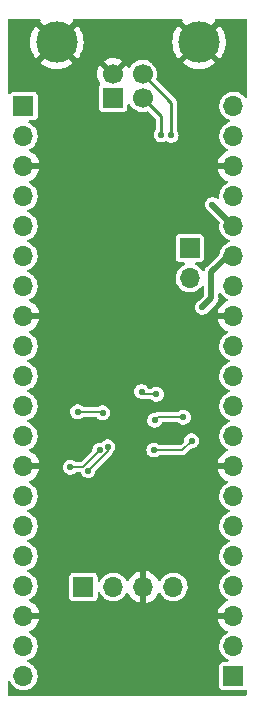
<source format=gbr>
%TF.GenerationSoftware,KiCad,Pcbnew,(6.0.11)*%
%TF.CreationDate,2024-08-13T15:35:31-05:00*%
%TF.ProjectId,PicoAlt,5069636f-416c-4742-9e6b-696361645f70,rev?*%
%TF.SameCoordinates,Original*%
%TF.FileFunction,Copper,L2,Bot*%
%TF.FilePolarity,Positive*%
%FSLAX46Y46*%
G04 Gerber Fmt 4.6, Leading zero omitted, Abs format (unit mm)*
G04 Created by KiCad (PCBNEW (6.0.11)) date 2024-08-13 15:35:31*
%MOMM*%
%LPD*%
G01*
G04 APERTURE LIST*
%TA.AperFunction,ComponentPad*%
%ADD10R,1.700000X1.700000*%
%TD*%
%TA.AperFunction,ComponentPad*%
%ADD11C,1.700000*%
%TD*%
%TA.AperFunction,ComponentPad*%
%ADD12C,3.500000*%
%TD*%
%TA.AperFunction,ComponentPad*%
%ADD13O,1.700000X1.700000*%
%TD*%
%TA.AperFunction,ViaPad*%
%ADD14C,0.550000*%
%TD*%
%TA.AperFunction,Conductor*%
%ADD15C,0.130000*%
%TD*%
%TA.AperFunction,Conductor*%
%ADD16C,0.500000*%
%TD*%
%TA.AperFunction,Conductor*%
%ADD17C,0.250000*%
%TD*%
G04 APERTURE END LIST*
D10*
%TO.P,J2,1,VBUS*%
%TO.N,VBUS*%
X147290000Y-78040000D03*
D11*
%TO.P,J2,2,D-*%
%TO.N,Net-(J2-Pad2)*%
X149790000Y-78040000D03*
%TO.P,J2,3,D+*%
%TO.N,Net-(J2-Pad3)*%
X149790000Y-76040000D03*
%TO.P,J2,4,GND*%
%TO.N,GND*%
X147290000Y-76040000D03*
D12*
%TO.P,J2,5,Shield*%
X154560000Y-73330000D03*
X142520000Y-73330000D03*
%TD*%
D10*
%TO.P,J3,1,Pin_1*%
%TO.N,+3.3V*%
X144770000Y-119460000D03*
D13*
%TO.P,J3,2,Pin_2*%
%TO.N,Net-(J3-Pad2)*%
X147310000Y-119460000D03*
%TO.P,J3,3,Pin_3*%
%TO.N,GND*%
X149850000Y-119460000D03*
%TO.P,J3,4,Pin_4*%
%TO.N,Net-(J3-Pad4)*%
X152390000Y-119460000D03*
%TD*%
D10*
%TO.P,JP1,1,A*%
%TO.N,Net-(J5-Pad17)*%
X153790000Y-90760000D03*
D13*
%TO.P,JP1,2,B*%
%TO.N,GPIO29*%
X153790000Y-93300000D03*
%TD*%
D10*
%TO.P,J5,1,Pin_1*%
%TO.N,GPIO16*%
X157480000Y-127000000D03*
D13*
%TO.P,J5,2,Pin_2*%
%TO.N,GPIO17*%
X157480000Y-124460000D03*
%TO.P,J5,3,Pin_3*%
%TO.N,GND*%
X157480000Y-121920000D03*
%TO.P,J5,4,Pin_4*%
%TO.N,GPIO18*%
X157480000Y-119380000D03*
%TO.P,J5,5,Pin_5*%
%TO.N,GPIO19*%
X157480000Y-116840000D03*
%TO.P,J5,6,Pin_6*%
%TO.N,GPIO20*%
X157480000Y-114300000D03*
%TO.P,J5,7,Pin_7*%
%TO.N,GPIO21*%
X157480000Y-111760000D03*
%TO.P,J5,8,Pin_8*%
%TO.N,GND*%
X157480000Y-109220000D03*
%TO.P,J5,9,Pin_9*%
%TO.N,GPIO22*%
X157480000Y-106680000D03*
%TO.P,J5,10,Pin_10*%
%TO.N,RUN*%
X157480000Y-104140000D03*
%TO.P,J5,11,Pin_11*%
%TO.N,GPIO26*%
X157480000Y-101600000D03*
%TO.P,J5,12,Pin_12*%
%TO.N,GPIO27*%
X157480000Y-99060000D03*
%TO.P,J5,13,Pin_13*%
%TO.N,GND*%
X157480000Y-96520000D03*
%TO.P,J5,14,Pin_14*%
%TO.N,GPIO28*%
X157480000Y-93980000D03*
%TO.P,J5,15,Pin_15*%
%TO.N,ADCVREF*%
X157480000Y-91440000D03*
%TO.P,J5,16,Pin_16*%
%TO.N,+3.3V*%
X157480000Y-88900000D03*
%TO.P,J5,17,Pin_17*%
%TO.N,Net-(J5-Pad17)*%
X157480000Y-86360000D03*
%TO.P,J5,18,Pin_18*%
%TO.N,GND*%
X157480000Y-83820000D03*
%TO.P,J5,19,Pin_19*%
%TO.N,+5V*%
X157480000Y-81280000D03*
%TO.P,J5,20,Pin_20*%
%TO.N,VBUS*%
X157480000Y-78740000D03*
%TD*%
D10*
%TO.P,J4,1,Pin_1*%
%TO.N,GPIO0*%
X139700000Y-78740000D03*
D13*
%TO.P,J4,2,Pin_2*%
%TO.N,GPIO1*%
X139700000Y-81280000D03*
%TO.P,J4,3,Pin_3*%
%TO.N,GND*%
X139700000Y-83820000D03*
%TO.P,J4,4,Pin_4*%
%TO.N,GPIO2*%
X139700000Y-86360000D03*
%TO.P,J4,5,Pin_5*%
%TO.N,GPIO3*%
X139700000Y-88900000D03*
%TO.P,J4,6,Pin_6*%
%TO.N,GPIO4*%
X139700000Y-91440000D03*
%TO.P,J4,7,Pin_7*%
%TO.N,GPIO5*%
X139700000Y-93980000D03*
%TO.P,J4,8,Pin_8*%
%TO.N,GND*%
X139700000Y-96520000D03*
%TO.P,J4,9,Pin_9*%
%TO.N,GPIO6*%
X139700000Y-99060000D03*
%TO.P,J4,10,Pin_10*%
%TO.N,GPIO7*%
X139700000Y-101600000D03*
%TO.P,J4,11,Pin_11*%
%TO.N,GPIO8*%
X139700000Y-104140000D03*
%TO.P,J4,12,Pin_12*%
%TO.N,GPIO9*%
X139700000Y-106680000D03*
%TO.P,J4,13,Pin_13*%
%TO.N,GND*%
X139700000Y-109220000D03*
%TO.P,J4,14,Pin_14*%
%TO.N,GPIO10*%
X139700000Y-111760000D03*
%TO.P,J4,15,Pin_15*%
%TO.N,GPIO11*%
X139700000Y-114300000D03*
%TO.P,J4,16,Pin_16*%
%TO.N,GPIO12*%
X139700000Y-116840000D03*
%TO.P,J4,17,Pin_17*%
%TO.N,GPIO13*%
X139700000Y-119380000D03*
%TO.P,J4,18,Pin_18*%
%TO.N,GND*%
X139700000Y-121920000D03*
%TO.P,J4,19,Pin_19*%
%TO.N,GPIO14*%
X139700000Y-124460000D03*
%TO.P,J4,20,Pin_20*%
%TO.N,GPIO15*%
X139700000Y-127000000D03*
%TD*%
D14*
%TO.N,GND*%
X147030000Y-99590000D03*
%TO.N,+3.3V*%
X143670000Y-109330000D03*
X146160000Y-107870000D03*
X149700000Y-102910000D03*
X155700000Y-87080000D03*
X150960000Y-103140000D03*
%TO.N,GND*%
X152080000Y-100930000D03*
X146230000Y-114360000D03*
X147060000Y-87610000D03*
X146000000Y-80170000D03*
X152350000Y-87450000D03*
X155910000Y-113340000D03*
X144470000Y-127630000D03*
X155660000Y-105360000D03*
X142030000Y-106960000D03*
X149800000Y-104220000D03*
X151780000Y-110830000D03*
X152040000Y-98040000D03*
X143830000Y-112840000D03*
X155080000Y-99570000D03*
X149840000Y-105360000D03*
X152070000Y-99790000D03*
X149110000Y-111860000D03*
X148670000Y-105410000D03*
X142550000Y-103940000D03*
X154810000Y-102500000D03*
X149000000Y-116010000D03*
X152070000Y-99170000D03*
X148890000Y-112600000D03*
X155190000Y-106320000D03*
X153210000Y-87200000D03*
X142200000Y-112840000D03*
X145950000Y-82040000D03*
X150540000Y-126970000D03*
X146050000Y-87590000D03*
X150750000Y-122670000D03*
X144140000Y-90330000D03*
X144450000Y-100880000D03*
X147510000Y-104180000D03*
X153560000Y-95840000D03*
X147040000Y-95900000D03*
X143520000Y-111230000D03*
X146990000Y-111630000D03*
X149960000Y-106740000D03*
X143170000Y-112690000D03*
X147380000Y-105360000D03*
X148690000Y-114390000D03*
X147330000Y-106660000D03*
X144640000Y-122030000D03*
%TO.N,+1V1*%
X146390000Y-104710000D03*
X144290000Y-104620000D03*
X145160000Y-109600000D03*
X150810000Y-105350000D03*
X146840000Y-107580000D03*
X153241179Y-105088032D03*
%TO.N,ADCVREF*%
X154845000Y-95785000D03*
%TO.N,RUN*%
X150740000Y-107870000D03*
X153940000Y-107080000D03*
%TO.N,Net-(J2-Pad2)*%
X151360000Y-81180000D03*
%TO.N,Net-(J2-Pad3)*%
X152210000Y-81220000D03*
%TD*%
D15*
%TO.N,+3.3V*%
X149930000Y-103140000D02*
X150960000Y-103140000D01*
X149700000Y-102910000D02*
X149930000Y-103140000D01*
D16*
X157480000Y-88900000D02*
X157480000Y-88860000D01*
X157480000Y-88860000D02*
X155700000Y-87080000D01*
D15*
X143670000Y-109330000D02*
X144700000Y-109330000D01*
X144700000Y-109330000D02*
X146160000Y-107870000D01*
%TO.N,+1V1*%
X151140000Y-105070000D02*
X153223147Y-105070000D01*
X146390000Y-104710000D02*
X146300000Y-104620000D01*
X150810000Y-105350000D02*
X151090000Y-105070000D01*
X146840000Y-107920000D02*
X145160000Y-109600000D01*
X146840000Y-107580000D02*
X146840000Y-107920000D01*
X151090000Y-105070000D02*
X151140000Y-105070000D01*
X146300000Y-104620000D02*
X144290000Y-104620000D01*
X153223147Y-105070000D02*
X153241179Y-105088032D01*
D16*
%TO.N,ADCVREF*%
X155610000Y-95020000D02*
X155610000Y-92820000D01*
X155610000Y-92820000D02*
X156990000Y-91440000D01*
X154845000Y-95785000D02*
X155610000Y-95020000D01*
X156990000Y-91440000D02*
X157480000Y-91440000D01*
D15*
%TO.N,RUN*%
X153150000Y-107870000D02*
X153940000Y-107080000D01*
X150740000Y-107870000D02*
X153150000Y-107870000D01*
D17*
%TO.N,Net-(J2-Pad2)*%
X151360000Y-81180000D02*
X151360000Y-79610000D01*
X151360000Y-79610000D02*
X149790000Y-78040000D01*
%TO.N,Net-(J2-Pad3)*%
X152210000Y-81220000D02*
X152210000Y-78460000D01*
X152210000Y-78460000D02*
X149790000Y-76040000D01*
%TD*%
%TA.AperFunction,Conductor*%
%TO.N,GND*%
G36*
X141090551Y-71370502D02*
G01*
X141137044Y-71424158D01*
X141147148Y-71494432D01*
X141128831Y-71543989D01*
X141116528Y-71563385D01*
X141122362Y-71573151D01*
X142507190Y-72957980D01*
X142521131Y-72965592D01*
X142522966Y-72965461D01*
X142529580Y-72961210D01*
X143915884Y-71574905D01*
X143923398Y-71561145D01*
X143914367Y-71548055D01*
X143892146Y-71480625D01*
X143909907Y-71411886D01*
X143962011Y-71363661D01*
X144018078Y-71350500D01*
X153062430Y-71350500D01*
X153130551Y-71370502D01*
X153177044Y-71424158D01*
X153187148Y-71494432D01*
X153168831Y-71543989D01*
X153156528Y-71563385D01*
X153162362Y-71573151D01*
X154547190Y-72957980D01*
X154561131Y-72965592D01*
X154562966Y-72965461D01*
X154569580Y-72961210D01*
X155955884Y-71574905D01*
X155963398Y-71561145D01*
X155954367Y-71548055D01*
X155932146Y-71480625D01*
X155949907Y-71411886D01*
X156002011Y-71363661D01*
X156058078Y-71350500D01*
X158523500Y-71350500D01*
X158591621Y-71370502D01*
X158638114Y-71424158D01*
X158649500Y-71476500D01*
X158649500Y-77920249D01*
X158629498Y-77988370D01*
X158575842Y-78034863D01*
X158505568Y-78044967D01*
X158440988Y-78015473D01*
X158422542Y-77995638D01*
X158379420Y-77937891D01*
X158379420Y-77937890D01*
X158375967Y-77933267D01*
X158278586Y-77843249D01*
X158218189Y-77787418D01*
X158218186Y-77787416D01*
X158213949Y-77783499D01*
X158027350Y-77665764D01*
X157822421Y-77584006D01*
X157816761Y-77582880D01*
X157816757Y-77582879D01*
X157611691Y-77542089D01*
X157611688Y-77542089D01*
X157606024Y-77540962D01*
X157600249Y-77540886D01*
X157600245Y-77540886D01*
X157489504Y-77539437D01*
X157385406Y-77538074D01*
X157379709Y-77539053D01*
X157379708Y-77539053D01*
X157173654Y-77574459D01*
X157173653Y-77574459D01*
X157167957Y-77575438D01*
X156960957Y-77651804D01*
X156955996Y-77654756D01*
X156955995Y-77654756D01*
X156858510Y-77712754D01*
X156771341Y-77764614D01*
X156605457Y-77910090D01*
X156468863Y-78083360D01*
X156366131Y-78278620D01*
X156300703Y-78489333D01*
X156274770Y-78708440D01*
X156289200Y-78928604D01*
X156290621Y-78934200D01*
X156290622Y-78934205D01*
X156331797Y-79096330D01*
X156343511Y-79142452D01*
X156345928Y-79147694D01*
X156345928Y-79147695D01*
X156388403Y-79239830D01*
X156435883Y-79342821D01*
X156563222Y-79523002D01*
X156721264Y-79676961D01*
X156726060Y-79680166D01*
X156726063Y-79680168D01*
X156860586Y-79770053D01*
X156904717Y-79799540D01*
X156910020Y-79801818D01*
X156910023Y-79801820D01*
X157073221Y-79871935D01*
X157107436Y-79886635D01*
X157113071Y-79887910D01*
X157113074Y-79887911D01*
X157114484Y-79888230D01*
X157115083Y-79888564D01*
X157118562Y-79889694D01*
X157118340Y-79890377D01*
X157176511Y-79922772D01*
X157210016Y-79985366D01*
X157204362Y-80056137D01*
X157161344Y-80112616D01*
X157130287Y-80129335D01*
X156966376Y-80189804D01*
X156966368Y-80189808D01*
X156960957Y-80191804D01*
X156771341Y-80304614D01*
X156605457Y-80450090D01*
X156468863Y-80623360D01*
X156366131Y-80818620D01*
X156300703Y-81029333D01*
X156274770Y-81248440D01*
X156289200Y-81468604D01*
X156290621Y-81474200D01*
X156290622Y-81474205D01*
X156318865Y-81585410D01*
X156343511Y-81682452D01*
X156345928Y-81687694D01*
X156345928Y-81687695D01*
X156386371Y-81775422D01*
X156435883Y-81882821D01*
X156563222Y-82063002D01*
X156721264Y-82216961D01*
X156726060Y-82220166D01*
X156726063Y-82220168D01*
X156810258Y-82276425D01*
X156904717Y-82339540D01*
X156910020Y-82341818D01*
X156910023Y-82341820D01*
X156922546Y-82347200D01*
X156977239Y-82392469D01*
X156998776Y-82460120D01*
X156980319Y-82528675D01*
X156930988Y-82574731D01*
X156758463Y-82664542D01*
X156749738Y-82670036D01*
X156579433Y-82797905D01*
X156571726Y-82804748D01*
X156424590Y-82958717D01*
X156418104Y-82966727D01*
X156298098Y-83142649D01*
X156293000Y-83151623D01*
X156203338Y-83344783D01*
X156199775Y-83354470D01*
X156144389Y-83554183D01*
X156145912Y-83562607D01*
X156158292Y-83566000D01*
X157608000Y-83566000D01*
X157676121Y-83586002D01*
X157722614Y-83639658D01*
X157734000Y-83692000D01*
X157734000Y-83948000D01*
X157713998Y-84016121D01*
X157660342Y-84062614D01*
X157608000Y-84074000D01*
X156163225Y-84074000D01*
X156149694Y-84077973D01*
X156148257Y-84087966D01*
X156178565Y-84222446D01*
X156181645Y-84232275D01*
X156261770Y-84429603D01*
X156266413Y-84438794D01*
X156377694Y-84620388D01*
X156383777Y-84628699D01*
X156523213Y-84789667D01*
X156530580Y-84796883D01*
X156694434Y-84932916D01*
X156702881Y-84938831D01*
X156886756Y-85046279D01*
X156896043Y-85050729D01*
X156918682Y-85059374D01*
X156975186Y-85102362D01*
X156999478Y-85169073D01*
X156983847Y-85238328D01*
X156938156Y-85285369D01*
X156937492Y-85285764D01*
X156771341Y-85384614D01*
X156605457Y-85530090D01*
X156468863Y-85703360D01*
X156366131Y-85898620D01*
X156300703Y-86109333D01*
X156274770Y-86328440D01*
X156275148Y-86334207D01*
X156284295Y-86473774D01*
X156268791Y-86543057D01*
X156218291Y-86592959D01*
X156148828Y-86607637D01*
X156082457Y-86582431D01*
X156074746Y-86576090D01*
X156065275Y-86567651D01*
X156065267Y-86567645D01*
X156059603Y-86562599D01*
X156052897Y-86559048D01*
X156052895Y-86559047D01*
X155992704Y-86527178D01*
X155925805Y-86491757D01*
X155778972Y-86454874D01*
X155771374Y-86454834D01*
X155771372Y-86454834D01*
X155706775Y-86454496D01*
X155627579Y-86454082D01*
X155620200Y-86455854D01*
X155620196Y-86455854D01*
X155487746Y-86487652D01*
X155487742Y-86487653D01*
X155480367Y-86489424D01*
X155473622Y-86492905D01*
X155473623Y-86492905D01*
X155365708Y-86548604D01*
X155345835Y-86558861D01*
X155340113Y-86563853D01*
X155340111Y-86563854D01*
X155237474Y-86653390D01*
X155237471Y-86653393D01*
X155231749Y-86658385D01*
X155227382Y-86664599D01*
X155158610Y-86762452D01*
X155144696Y-86782249D01*
X155089702Y-86923302D01*
X155088711Y-86930831D01*
X155073959Y-87042884D01*
X155069941Y-87073402D01*
X155086554Y-87223883D01*
X155138582Y-87366057D01*
X155142819Y-87372363D01*
X155142821Y-87372366D01*
X155172364Y-87416330D01*
X155223022Y-87491716D01*
X155334998Y-87593607D01*
X155383218Y-87619789D01*
X155412188Y-87641423D01*
X156275193Y-88504428D01*
X156309219Y-88566740D01*
X156306430Y-88630889D01*
X156300703Y-88649333D01*
X156274770Y-88868440D01*
X156289200Y-89088604D01*
X156290621Y-89094200D01*
X156290622Y-89094205D01*
X156340336Y-89289952D01*
X156343511Y-89302452D01*
X156345928Y-89307694D01*
X156345928Y-89307695D01*
X156384046Y-89390379D01*
X156435883Y-89502821D01*
X156563222Y-89683002D01*
X156721264Y-89836961D01*
X156726060Y-89840166D01*
X156726063Y-89840168D01*
X156810261Y-89896427D01*
X156904717Y-89959540D01*
X156910020Y-89961818D01*
X156910023Y-89961820D01*
X157102129Y-90044355D01*
X157107436Y-90046635D01*
X157113071Y-90047910D01*
X157113074Y-90047911D01*
X157114484Y-90048230D01*
X157115083Y-90048564D01*
X157118562Y-90049694D01*
X157118340Y-90050377D01*
X157176511Y-90082772D01*
X157210016Y-90145366D01*
X157204362Y-90216137D01*
X157161344Y-90272616D01*
X157130287Y-90289335D01*
X156966376Y-90349804D01*
X156966368Y-90349808D01*
X156960957Y-90351804D01*
X156771341Y-90464614D01*
X156605457Y-90610090D01*
X156468863Y-90783360D01*
X156366131Y-90978620D01*
X156300703Y-91189333D01*
X156300024Y-91195070D01*
X156293658Y-91248854D01*
X156265787Y-91314152D01*
X156257626Y-91323139D01*
X155219062Y-92361703D01*
X155206672Y-92372570D01*
X155181718Y-92391718D01*
X155085464Y-92517159D01*
X155041718Y-92622772D01*
X155034087Y-92641194D01*
X154989539Y-92696475D01*
X154922175Y-92718896D01*
X154853384Y-92701338D01*
X154816720Y-92668365D01*
X154689420Y-92497891D01*
X154689420Y-92497890D01*
X154685967Y-92493267D01*
X154523949Y-92343499D01*
X154337350Y-92225764D01*
X154297348Y-92209805D01*
X154281620Y-92203530D01*
X154225760Y-92159709D01*
X154202460Y-92092645D01*
X154219116Y-92023630D01*
X154270440Y-91974576D01*
X154328310Y-91960500D01*
X154673218Y-91960500D01*
X154677768Y-91959830D01*
X154677771Y-91959830D01*
X154732426Y-91951784D01*
X154732427Y-91951784D01*
X154742112Y-91950358D01*
X154836804Y-91903867D01*
X154837507Y-91903522D01*
X154837509Y-91903521D01*
X154846855Y-91898932D01*
X154929293Y-91816350D01*
X154980536Y-91711518D01*
X154990500Y-91643218D01*
X154990500Y-89876782D01*
X154981871Y-89818162D01*
X154981784Y-89817574D01*
X154981784Y-89817573D01*
X154980358Y-89807888D01*
X154928932Y-89703145D01*
X154846350Y-89620707D01*
X154741518Y-89569464D01*
X154711027Y-89565016D01*
X154677744Y-89560160D01*
X154677740Y-89560160D01*
X154673218Y-89559500D01*
X152906782Y-89559500D01*
X152902232Y-89560170D01*
X152902229Y-89560170D01*
X152847574Y-89568216D01*
X152847573Y-89568216D01*
X152837888Y-89569642D01*
X152821193Y-89577839D01*
X152742493Y-89616478D01*
X152742491Y-89616479D01*
X152733145Y-89621068D01*
X152650707Y-89703650D01*
X152599464Y-89808482D01*
X152589500Y-89876782D01*
X152589500Y-91643218D01*
X152590170Y-91647768D01*
X152590170Y-91647771D01*
X152598216Y-91702426D01*
X152599642Y-91712112D01*
X152651068Y-91816855D01*
X152733650Y-91899293D01*
X152838482Y-91950536D01*
X152866819Y-91954670D01*
X152902256Y-91959840D01*
X152902260Y-91959840D01*
X152906782Y-91960500D01*
X153246570Y-91960500D01*
X153314691Y-91980502D01*
X153361184Y-92034158D01*
X153371288Y-92104432D01*
X153341794Y-92169012D01*
X153290180Y-92204712D01*
X153281382Y-92207958D01*
X153270957Y-92211804D01*
X153265996Y-92214756D01*
X153265995Y-92214756D01*
X153190055Y-92259936D01*
X153081341Y-92324614D01*
X152915457Y-92470090D01*
X152778863Y-92643360D01*
X152676131Y-92838620D01*
X152610703Y-93049333D01*
X152584770Y-93268440D01*
X152599200Y-93488604D01*
X152600621Y-93494200D01*
X152600622Y-93494205D01*
X152622967Y-93582187D01*
X152653511Y-93702452D01*
X152745883Y-93902821D01*
X152873222Y-94083002D01*
X153031264Y-94236961D01*
X153036060Y-94240166D01*
X153036063Y-94240168D01*
X153120261Y-94296427D01*
X153214717Y-94359540D01*
X153220020Y-94361818D01*
X153220023Y-94361820D01*
X153406459Y-94441919D01*
X153417436Y-94446635D01*
X153497088Y-94464658D01*
X153626995Y-94494054D01*
X153627001Y-94494055D01*
X153632632Y-94495329D01*
X153638403Y-94495556D01*
X153638405Y-94495556D01*
X153706211Y-94498220D01*
X153853098Y-94503991D01*
X153962275Y-94488161D01*
X154065738Y-94473160D01*
X154065743Y-94473159D01*
X154071452Y-94472331D01*
X154076916Y-94470476D01*
X154076921Y-94470475D01*
X154274907Y-94403268D01*
X154274912Y-94403266D01*
X154280379Y-94401410D01*
X154318510Y-94380056D01*
X154360875Y-94356330D01*
X154472884Y-94293602D01*
X154501513Y-94269792D01*
X154638086Y-94156204D01*
X154642518Y-94152518D01*
X154783602Y-93982884D01*
X154784571Y-93983690D01*
X154834728Y-93942876D01*
X154905281Y-93934951D01*
X154968918Y-93966427D01*
X155005436Y-94027312D01*
X155009500Y-94059054D01*
X155009500Y-94719075D01*
X154989498Y-94787196D01*
X154972595Y-94808170D01*
X154558586Y-95222179D01*
X154527280Y-95245050D01*
X154497586Y-95260376D01*
X154497583Y-95260378D01*
X154490835Y-95263861D01*
X154485113Y-95268853D01*
X154485111Y-95268854D01*
X154382474Y-95358390D01*
X154382471Y-95358393D01*
X154376749Y-95363385D01*
X154372382Y-95369599D01*
X154295988Y-95478297D01*
X154289696Y-95487249D01*
X154234702Y-95628302D01*
X154214941Y-95778402D01*
X154231554Y-95928883D01*
X154283582Y-96071057D01*
X154287819Y-96077363D01*
X154287821Y-96077366D01*
X154297794Y-96092207D01*
X154368022Y-96196716D01*
X154479998Y-96298607D01*
X154486675Y-96302232D01*
X154486676Y-96302233D01*
X154606370Y-96367222D01*
X154606372Y-96367223D01*
X154613047Y-96370847D01*
X154620396Y-96372775D01*
X154752136Y-96407336D01*
X154752138Y-96407336D01*
X154759486Y-96409264D01*
X154839562Y-96410522D01*
X154903266Y-96411523D01*
X154903269Y-96411523D01*
X154910863Y-96411642D01*
X155058437Y-96377843D01*
X155165734Y-96323879D01*
X155186906Y-96313231D01*
X155186909Y-96313229D01*
X155193689Y-96309819D01*
X155308810Y-96211495D01*
X155397156Y-96088550D01*
X155397509Y-96087672D01*
X155415425Y-96063810D01*
X156000938Y-95478297D01*
X156013329Y-95467429D01*
X156031736Y-95453305D01*
X156038282Y-95448282D01*
X156134536Y-95322841D01*
X156195044Y-95176762D01*
X156210500Y-95059361D01*
X156215682Y-95020000D01*
X156211578Y-94988827D01*
X156210500Y-94972381D01*
X156210500Y-94660513D01*
X156230502Y-94592392D01*
X156284158Y-94545899D01*
X156354432Y-94535795D01*
X156419012Y-94565289D01*
X156439396Y-94587792D01*
X156563222Y-94763002D01*
X156721264Y-94916961D01*
X156726060Y-94920166D01*
X156726063Y-94920168D01*
X156810258Y-94976425D01*
X156904717Y-95039540D01*
X156910020Y-95041818D01*
X156910023Y-95041820D01*
X156922546Y-95047200D01*
X156977239Y-95092469D01*
X156998776Y-95160120D01*
X156980319Y-95228675D01*
X156930988Y-95274731D01*
X156758463Y-95364542D01*
X156749738Y-95370036D01*
X156579433Y-95497905D01*
X156571726Y-95504748D01*
X156424590Y-95658717D01*
X156418104Y-95666727D01*
X156298098Y-95842649D01*
X156293000Y-95851623D01*
X156203338Y-96044783D01*
X156199775Y-96054470D01*
X156144389Y-96254183D01*
X156145912Y-96262607D01*
X156158292Y-96266000D01*
X157608000Y-96266000D01*
X157676121Y-96286002D01*
X157722614Y-96339658D01*
X157734000Y-96392000D01*
X157734000Y-96648000D01*
X157713998Y-96716121D01*
X157660342Y-96762614D01*
X157608000Y-96774000D01*
X156163225Y-96774000D01*
X156149694Y-96777973D01*
X156148257Y-96787966D01*
X156178565Y-96922446D01*
X156181645Y-96932275D01*
X156261770Y-97129603D01*
X156266413Y-97138794D01*
X156377694Y-97320388D01*
X156383777Y-97328699D01*
X156523213Y-97489667D01*
X156530580Y-97496883D01*
X156694434Y-97632916D01*
X156702881Y-97638831D01*
X156886756Y-97746279D01*
X156896043Y-97750729D01*
X156918682Y-97759374D01*
X156975186Y-97802362D01*
X156999478Y-97869073D01*
X156983847Y-97938328D01*
X156938156Y-97985369D01*
X156937492Y-97985764D01*
X156771341Y-98084614D01*
X156605457Y-98230090D01*
X156468863Y-98403360D01*
X156366131Y-98598620D01*
X156300703Y-98809333D01*
X156274770Y-99028440D01*
X156289200Y-99248604D01*
X156290621Y-99254200D01*
X156290622Y-99254205D01*
X156340336Y-99449952D01*
X156343511Y-99462452D01*
X156345928Y-99467694D01*
X156345928Y-99467695D01*
X156384046Y-99550379D01*
X156435883Y-99662821D01*
X156563222Y-99843002D01*
X156721264Y-99996961D01*
X156726060Y-100000166D01*
X156726063Y-100000168D01*
X156810261Y-100056427D01*
X156904717Y-100119540D01*
X156910020Y-100121818D01*
X156910023Y-100121820D01*
X157102129Y-100204355D01*
X157107436Y-100206635D01*
X157113071Y-100207910D01*
X157113074Y-100207911D01*
X157114484Y-100208230D01*
X157115083Y-100208564D01*
X157118562Y-100209694D01*
X157118340Y-100210377D01*
X157176511Y-100242772D01*
X157210016Y-100305366D01*
X157204362Y-100376137D01*
X157161344Y-100432616D01*
X157130287Y-100449335D01*
X156966376Y-100509804D01*
X156966368Y-100509808D01*
X156960957Y-100511804D01*
X156771341Y-100624614D01*
X156605457Y-100770090D01*
X156468863Y-100943360D01*
X156366131Y-101138620D01*
X156300703Y-101349333D01*
X156274770Y-101568440D01*
X156289200Y-101788604D01*
X156290621Y-101794200D01*
X156290622Y-101794205D01*
X156340336Y-101989952D01*
X156343511Y-102002452D01*
X156345928Y-102007694D01*
X156345928Y-102007695D01*
X156384046Y-102090379D01*
X156435883Y-102202821D01*
X156563222Y-102383002D01*
X156721264Y-102536961D01*
X156726060Y-102540166D01*
X156726063Y-102540168D01*
X156843836Y-102618861D01*
X156904717Y-102659540D01*
X156910020Y-102661818D01*
X156910023Y-102661820D01*
X157053148Y-102723311D01*
X157107436Y-102746635D01*
X157113071Y-102747910D01*
X157113074Y-102747911D01*
X157114484Y-102748230D01*
X157115083Y-102748564D01*
X157118562Y-102749694D01*
X157118340Y-102750377D01*
X157176511Y-102782772D01*
X157210016Y-102845366D01*
X157204362Y-102916137D01*
X157161344Y-102972616D01*
X157130287Y-102989335D01*
X156966376Y-103049804D01*
X156966368Y-103049808D01*
X156960957Y-103051804D01*
X156955996Y-103054756D01*
X156955995Y-103054756D01*
X156805787Y-103144121D01*
X156771341Y-103164614D01*
X156605457Y-103310090D01*
X156468863Y-103483360D01*
X156366131Y-103678620D01*
X156300703Y-103889333D01*
X156274770Y-104108440D01*
X156289200Y-104328604D01*
X156290621Y-104334200D01*
X156290622Y-104334205D01*
X156323779Y-104464757D01*
X156343511Y-104542452D01*
X156345928Y-104547694D01*
X156345928Y-104547695D01*
X156384046Y-104630379D01*
X156435883Y-104742821D01*
X156563222Y-104923002D01*
X156721264Y-105076961D01*
X156726060Y-105080166D01*
X156726063Y-105080168D01*
X156815441Y-105139888D01*
X156904717Y-105199540D01*
X156910020Y-105201818D01*
X156910023Y-105201820D01*
X157102129Y-105284355D01*
X157107436Y-105286635D01*
X157113071Y-105287910D01*
X157113074Y-105287911D01*
X157114484Y-105288230D01*
X157115083Y-105288564D01*
X157118562Y-105289694D01*
X157118340Y-105290377D01*
X157176511Y-105322772D01*
X157210016Y-105385366D01*
X157204362Y-105456137D01*
X157161344Y-105512616D01*
X157130287Y-105529335D01*
X156966376Y-105589804D01*
X156966368Y-105589808D01*
X156960957Y-105591804D01*
X156955996Y-105594756D01*
X156955995Y-105594756D01*
X156808394Y-105682570D01*
X156771341Y-105704614D01*
X156605457Y-105850090D01*
X156468863Y-106023360D01*
X156366131Y-106218620D01*
X156300703Y-106429333D01*
X156274770Y-106648440D01*
X156289200Y-106868604D01*
X156290621Y-106874200D01*
X156290622Y-106874205D01*
X156320477Y-106991757D01*
X156343511Y-107082452D01*
X156345928Y-107087694D01*
X156345928Y-107087695D01*
X156383671Y-107169566D01*
X156435883Y-107282821D01*
X156563222Y-107463002D01*
X156721264Y-107616961D01*
X156726060Y-107620166D01*
X156726063Y-107620168D01*
X156858593Y-107708721D01*
X156904717Y-107739540D01*
X156910020Y-107741818D01*
X156910023Y-107741820D01*
X156922546Y-107747200D01*
X156977239Y-107792469D01*
X156998776Y-107860120D01*
X156980319Y-107928675D01*
X156930988Y-107974731D01*
X156758463Y-108064542D01*
X156749738Y-108070036D01*
X156579433Y-108197905D01*
X156571726Y-108204748D01*
X156424590Y-108358717D01*
X156418104Y-108366727D01*
X156298098Y-108542649D01*
X156293000Y-108551623D01*
X156203338Y-108744783D01*
X156199775Y-108754470D01*
X156144389Y-108954183D01*
X156145912Y-108962607D01*
X156158292Y-108966000D01*
X157608000Y-108966000D01*
X157676121Y-108986002D01*
X157722614Y-109039658D01*
X157734000Y-109092000D01*
X157734000Y-109348000D01*
X157713998Y-109416121D01*
X157660342Y-109462614D01*
X157608000Y-109474000D01*
X156163225Y-109474000D01*
X156149694Y-109477973D01*
X156148257Y-109487966D01*
X156178565Y-109622446D01*
X156181645Y-109632275D01*
X156261770Y-109829603D01*
X156266413Y-109838794D01*
X156377694Y-110020388D01*
X156383777Y-110028699D01*
X156523213Y-110189667D01*
X156530580Y-110196883D01*
X156694434Y-110332916D01*
X156702881Y-110338831D01*
X156886756Y-110446279D01*
X156896043Y-110450729D01*
X156918682Y-110459374D01*
X156975186Y-110502362D01*
X156999478Y-110569073D01*
X156983847Y-110638328D01*
X156938156Y-110685369D01*
X156937492Y-110685764D01*
X156771341Y-110784614D01*
X156605457Y-110930090D01*
X156468863Y-111103360D01*
X156366131Y-111298620D01*
X156300703Y-111509333D01*
X156274770Y-111728440D01*
X156289200Y-111948604D01*
X156290621Y-111954200D01*
X156290622Y-111954205D01*
X156340336Y-112149952D01*
X156343511Y-112162452D01*
X156345928Y-112167694D01*
X156345928Y-112167695D01*
X156384046Y-112250379D01*
X156435883Y-112362821D01*
X156563222Y-112543002D01*
X156721264Y-112696961D01*
X156726060Y-112700166D01*
X156726063Y-112700168D01*
X156810261Y-112756427D01*
X156904717Y-112819540D01*
X156910020Y-112821818D01*
X156910023Y-112821820D01*
X157102129Y-112904355D01*
X157107436Y-112906635D01*
X157113071Y-112907910D01*
X157113074Y-112907911D01*
X157114484Y-112908230D01*
X157115083Y-112908564D01*
X157118562Y-112909694D01*
X157118340Y-112910377D01*
X157176511Y-112942772D01*
X157210016Y-113005366D01*
X157204362Y-113076137D01*
X157161344Y-113132616D01*
X157130287Y-113149335D01*
X156966376Y-113209804D01*
X156966368Y-113209808D01*
X156960957Y-113211804D01*
X156771341Y-113324614D01*
X156605457Y-113470090D01*
X156468863Y-113643360D01*
X156366131Y-113838620D01*
X156300703Y-114049333D01*
X156274770Y-114268440D01*
X156289200Y-114488604D01*
X156290621Y-114494200D01*
X156290622Y-114494205D01*
X156340336Y-114689952D01*
X156343511Y-114702452D01*
X156345928Y-114707694D01*
X156345928Y-114707695D01*
X156384046Y-114790379D01*
X156435883Y-114902821D01*
X156563222Y-115083002D01*
X156721264Y-115236961D01*
X156726060Y-115240166D01*
X156726063Y-115240168D01*
X156810261Y-115296427D01*
X156904717Y-115359540D01*
X156910020Y-115361818D01*
X156910023Y-115361820D01*
X157102129Y-115444355D01*
X157107436Y-115446635D01*
X157113071Y-115447910D01*
X157113074Y-115447911D01*
X157114484Y-115448230D01*
X157115083Y-115448564D01*
X157118562Y-115449694D01*
X157118340Y-115450377D01*
X157176511Y-115482772D01*
X157210016Y-115545366D01*
X157204362Y-115616137D01*
X157161344Y-115672616D01*
X157130287Y-115689335D01*
X156966376Y-115749804D01*
X156966368Y-115749808D01*
X156960957Y-115751804D01*
X156771341Y-115864614D01*
X156605457Y-116010090D01*
X156468863Y-116183360D01*
X156366131Y-116378620D01*
X156300703Y-116589333D01*
X156274770Y-116808440D01*
X156289200Y-117028604D01*
X156290621Y-117034200D01*
X156290622Y-117034205D01*
X156340336Y-117229952D01*
X156343511Y-117242452D01*
X156345928Y-117247694D01*
X156345928Y-117247695D01*
X156384046Y-117330379D01*
X156435883Y-117442821D01*
X156563222Y-117623002D01*
X156721264Y-117776961D01*
X156726060Y-117780166D01*
X156726063Y-117780168D01*
X156810261Y-117836427D01*
X156904717Y-117899540D01*
X156910020Y-117901818D01*
X156910023Y-117901820D01*
X157102129Y-117984355D01*
X157107436Y-117986635D01*
X157113071Y-117987910D01*
X157113074Y-117987911D01*
X157114484Y-117988230D01*
X157115083Y-117988564D01*
X157118562Y-117989694D01*
X157118340Y-117990377D01*
X157176511Y-118022772D01*
X157210016Y-118085366D01*
X157204362Y-118156137D01*
X157161344Y-118212616D01*
X157130287Y-118229335D01*
X156966376Y-118289804D01*
X156966368Y-118289808D01*
X156960957Y-118291804D01*
X156955996Y-118294756D01*
X156955995Y-118294756D01*
X156821528Y-118374756D01*
X156771341Y-118404614D01*
X156605457Y-118550090D01*
X156468863Y-118723360D01*
X156366131Y-118918620D01*
X156300703Y-119129333D01*
X156274770Y-119348440D01*
X156289200Y-119568604D01*
X156290621Y-119574200D01*
X156290622Y-119574205D01*
X156331647Y-119735738D01*
X156343511Y-119782452D01*
X156345928Y-119787694D01*
X156345928Y-119787695D01*
X156414878Y-119937257D01*
X156435883Y-119982821D01*
X156563222Y-120163002D01*
X156721264Y-120316961D01*
X156726060Y-120320166D01*
X156726063Y-120320168D01*
X156810258Y-120376425D01*
X156904717Y-120439540D01*
X156910020Y-120441818D01*
X156910023Y-120441820D01*
X156922546Y-120447200D01*
X156977239Y-120492469D01*
X156998776Y-120560120D01*
X156980319Y-120628675D01*
X156930988Y-120674731D01*
X156758463Y-120764542D01*
X156749738Y-120770036D01*
X156579433Y-120897905D01*
X156571726Y-120904748D01*
X156424590Y-121058717D01*
X156418104Y-121066727D01*
X156298098Y-121242649D01*
X156293000Y-121251623D01*
X156203338Y-121444783D01*
X156199775Y-121454470D01*
X156144389Y-121654183D01*
X156145912Y-121662607D01*
X156158292Y-121666000D01*
X157608000Y-121666000D01*
X157676121Y-121686002D01*
X157722614Y-121739658D01*
X157734000Y-121792000D01*
X157734000Y-122048000D01*
X157713998Y-122116121D01*
X157660342Y-122162614D01*
X157608000Y-122174000D01*
X156163225Y-122174000D01*
X156149694Y-122177973D01*
X156148257Y-122187966D01*
X156178565Y-122322446D01*
X156181645Y-122332275D01*
X156261770Y-122529603D01*
X156266413Y-122538794D01*
X156377694Y-122720388D01*
X156383777Y-122728699D01*
X156523213Y-122889667D01*
X156530580Y-122896883D01*
X156694434Y-123032916D01*
X156702881Y-123038831D01*
X156886756Y-123146279D01*
X156896043Y-123150729D01*
X156918682Y-123159374D01*
X156975186Y-123202362D01*
X156999478Y-123269073D01*
X156983847Y-123338328D01*
X156938156Y-123385369D01*
X156937492Y-123385764D01*
X156771341Y-123484614D01*
X156605457Y-123630090D01*
X156468863Y-123803360D01*
X156366131Y-123998620D01*
X156300703Y-124209333D01*
X156274770Y-124428440D01*
X156289200Y-124648604D01*
X156290621Y-124654200D01*
X156290622Y-124654205D01*
X156340336Y-124849952D01*
X156343511Y-124862452D01*
X156345928Y-124867694D01*
X156345928Y-124867695D01*
X156384046Y-124950379D01*
X156435883Y-125062821D01*
X156563222Y-125243002D01*
X156721264Y-125396961D01*
X156726060Y-125400166D01*
X156726063Y-125400168D01*
X156810261Y-125456427D01*
X156904717Y-125519540D01*
X156910020Y-125521818D01*
X156910023Y-125521820D01*
X156993611Y-125557732D01*
X157048304Y-125603000D01*
X157069841Y-125670652D01*
X157051384Y-125739207D01*
X156998793Y-125786901D01*
X156943873Y-125799500D01*
X156596782Y-125799500D01*
X156592232Y-125800170D01*
X156592229Y-125800170D01*
X156537574Y-125808216D01*
X156537573Y-125808216D01*
X156527888Y-125809642D01*
X156491764Y-125827378D01*
X156432493Y-125856478D01*
X156432491Y-125856479D01*
X156423145Y-125861068D01*
X156340707Y-125943650D01*
X156289464Y-126048482D01*
X156279500Y-126116782D01*
X156279500Y-127883218D01*
X156280170Y-127887768D01*
X156280170Y-127887771D01*
X156287884Y-127940168D01*
X156289642Y-127952112D01*
X156341068Y-128056855D01*
X156423650Y-128139293D01*
X156433006Y-128143866D01*
X156433007Y-128143867D01*
X156465460Y-128159730D01*
X156528482Y-128190536D01*
X156552597Y-128194054D01*
X156592256Y-128199840D01*
X156592260Y-128199840D01*
X156596782Y-128200500D01*
X158363218Y-128200500D01*
X158367768Y-128199830D01*
X158367771Y-128199830D01*
X158422426Y-128191784D01*
X158422427Y-128191784D01*
X158432112Y-128190358D01*
X158467970Y-128172753D01*
X158537932Y-128160685D01*
X158603314Y-128188358D01*
X158643355Y-128246986D01*
X158649500Y-128285856D01*
X158649500Y-128523500D01*
X158629498Y-128591621D01*
X158575842Y-128638114D01*
X158523500Y-128649500D01*
X138476500Y-128649500D01*
X138408379Y-128629498D01*
X138361886Y-128575842D01*
X138350500Y-128523500D01*
X138350500Y-127514670D01*
X138370502Y-127446549D01*
X138424158Y-127400056D01*
X138494432Y-127389952D01*
X138559012Y-127419446D01*
X138590926Y-127461918D01*
X138655883Y-127602821D01*
X138783222Y-127783002D01*
X138941264Y-127936961D01*
X138946060Y-127940166D01*
X138946063Y-127940168D01*
X139027457Y-127994553D01*
X139124717Y-128059540D01*
X139130020Y-128061818D01*
X139130023Y-128061820D01*
X139293221Y-128131935D01*
X139327436Y-128146635D01*
X139389528Y-128160685D01*
X139536995Y-128194054D01*
X139537001Y-128194055D01*
X139542632Y-128195329D01*
X139548403Y-128195556D01*
X139548405Y-128195556D01*
X139616211Y-128198220D01*
X139763098Y-128203991D01*
X139885524Y-128186240D01*
X139975738Y-128173160D01*
X139975743Y-128173159D01*
X139981452Y-128172331D01*
X139986916Y-128170476D01*
X139986921Y-128170475D01*
X140184907Y-128103268D01*
X140184912Y-128103266D01*
X140190379Y-128101410D01*
X140382884Y-127993602D01*
X140422202Y-127960902D01*
X140548086Y-127856204D01*
X140552518Y-127852518D01*
X140693602Y-127682884D01*
X140758606Y-127566812D01*
X140798586Y-127495422D01*
X140798587Y-127495420D01*
X140801410Y-127490379D01*
X140803266Y-127484912D01*
X140803268Y-127484907D01*
X140870475Y-127286921D01*
X140870476Y-127286916D01*
X140872331Y-127281452D01*
X140873159Y-127275743D01*
X140873160Y-127275738D01*
X140903458Y-127066772D01*
X140903991Y-127063098D01*
X140905643Y-127000000D01*
X140885454Y-126780289D01*
X140825565Y-126567936D01*
X140727980Y-126370053D01*
X140595967Y-126193267D01*
X140498586Y-126103249D01*
X140438189Y-126047418D01*
X140438186Y-126047416D01*
X140433949Y-126043499D01*
X140247350Y-125925764D01*
X140044955Y-125845017D01*
X139989096Y-125801196D01*
X139965795Y-125734132D01*
X139982451Y-125665117D01*
X140033775Y-125616063D01*
X140051144Y-125608674D01*
X140184907Y-125563268D01*
X140184912Y-125563266D01*
X140190379Y-125561410D01*
X140382884Y-125453602D01*
X140552518Y-125312518D01*
X140649830Y-125195514D01*
X140689908Y-125147326D01*
X140689910Y-125147323D01*
X140693602Y-125142884D01*
X140758606Y-125026812D01*
X140798586Y-124955422D01*
X140798587Y-124955420D01*
X140801410Y-124950379D01*
X140803266Y-124944912D01*
X140803268Y-124944907D01*
X140870475Y-124746921D01*
X140870476Y-124746916D01*
X140872331Y-124741452D01*
X140873159Y-124735743D01*
X140873160Y-124735738D01*
X140903458Y-124526772D01*
X140903991Y-124523098D01*
X140905643Y-124460000D01*
X140885454Y-124240289D01*
X140825565Y-124027936D01*
X140727980Y-123830053D01*
X140657354Y-123735473D01*
X140599420Y-123657891D01*
X140599420Y-123657890D01*
X140595967Y-123653267D01*
X140433949Y-123503499D01*
X140248702Y-123386617D01*
X140248700Y-123386615D01*
X140247350Y-123385764D01*
X140247517Y-123385499D01*
X140198071Y-123338802D01*
X140181002Y-123269888D01*
X140203901Y-123202686D01*
X140251454Y-123162129D01*
X140393095Y-123092739D01*
X140401945Y-123087464D01*
X140575328Y-122963792D01*
X140583200Y-122957139D01*
X140734052Y-122806812D01*
X140740730Y-122798965D01*
X140865003Y-122626020D01*
X140870313Y-122617183D01*
X140964670Y-122426267D01*
X140968469Y-122416672D01*
X141030377Y-122212910D01*
X141032555Y-122202837D01*
X141033986Y-122191962D01*
X141031775Y-122177778D01*
X141018617Y-122174000D01*
X139572000Y-122174000D01*
X139503879Y-122153998D01*
X139457386Y-122100342D01*
X139446000Y-122048000D01*
X139446000Y-121792000D01*
X139466002Y-121723879D01*
X139519658Y-121677386D01*
X139572000Y-121666000D01*
X141018344Y-121666000D01*
X141031875Y-121662027D01*
X141033180Y-121652947D01*
X140991214Y-121485875D01*
X140987894Y-121476124D01*
X140902972Y-121280814D01*
X140898105Y-121271739D01*
X140782426Y-121092926D01*
X140776136Y-121084757D01*
X140632806Y-120927240D01*
X140625273Y-120920215D01*
X140458139Y-120788222D01*
X140449552Y-120782517D01*
X140263115Y-120679598D01*
X140254687Y-120675810D01*
X140200752Y-120629641D01*
X140180340Y-120561642D01*
X140199932Y-120493402D01*
X140244771Y-120450949D01*
X140335447Y-120400168D01*
X140382884Y-120373602D01*
X140413943Y-120347771D01*
X140419417Y-120343218D01*
X143569500Y-120343218D01*
X143570170Y-120347768D01*
X143570170Y-120347771D01*
X143578216Y-120402426D01*
X143579642Y-120412112D01*
X143631068Y-120516855D01*
X143713650Y-120599293D01*
X143723006Y-120603866D01*
X143723007Y-120603867D01*
X143755460Y-120619730D01*
X143818482Y-120650536D01*
X143842597Y-120654054D01*
X143882256Y-120659840D01*
X143882260Y-120659840D01*
X143886782Y-120660500D01*
X145653218Y-120660500D01*
X145657768Y-120659830D01*
X145657771Y-120659830D01*
X145712426Y-120651784D01*
X145712427Y-120651784D01*
X145722112Y-120650358D01*
X145816804Y-120603867D01*
X145817507Y-120603522D01*
X145817509Y-120603521D01*
X145826855Y-120598932D01*
X145909293Y-120516350D01*
X145915432Y-120503792D01*
X145941262Y-120450949D01*
X145960536Y-120411518D01*
X145970500Y-120343218D01*
X145970500Y-119996362D01*
X145990502Y-119928241D01*
X146044158Y-119881748D01*
X146114432Y-119871644D01*
X146179012Y-119901138D01*
X146210926Y-119943611D01*
X146214046Y-119950379D01*
X146265883Y-120062821D01*
X146393222Y-120243002D01*
X146551264Y-120396961D01*
X146556060Y-120400166D01*
X146556063Y-120400168D01*
X146640261Y-120456427D01*
X146734717Y-120519540D01*
X146740020Y-120521818D01*
X146740023Y-120521820D01*
X146903221Y-120591935D01*
X146937436Y-120606635D01*
X147017088Y-120624658D01*
X147146995Y-120654054D01*
X147147001Y-120654055D01*
X147152632Y-120655329D01*
X147158403Y-120655556D01*
X147158405Y-120655556D01*
X147226211Y-120658220D01*
X147373098Y-120663991D01*
X147495524Y-120646240D01*
X147585738Y-120633160D01*
X147585743Y-120633159D01*
X147591452Y-120632331D01*
X147596916Y-120630476D01*
X147596921Y-120630475D01*
X147794907Y-120563268D01*
X147794912Y-120563266D01*
X147800379Y-120561410D01*
X147992884Y-120453602D01*
X148007051Y-120441820D01*
X148158086Y-120316204D01*
X148162518Y-120312518D01*
X148286870Y-120163002D01*
X148299908Y-120147326D01*
X148299910Y-120147323D01*
X148303602Y-120142884D01*
X148383020Y-120001073D01*
X148433754Y-119951414D01*
X148503286Y-119937066D01*
X148569537Y-119962588D01*
X148609695Y-120015238D01*
X148631770Y-120069603D01*
X148636413Y-120078794D01*
X148747694Y-120260388D01*
X148753777Y-120268699D01*
X148893213Y-120429667D01*
X148900580Y-120436883D01*
X149064434Y-120572916D01*
X149072881Y-120578831D01*
X149256756Y-120686279D01*
X149266042Y-120690729D01*
X149465001Y-120766703D01*
X149474899Y-120769579D01*
X149578250Y-120790606D01*
X149592299Y-120789410D01*
X149596000Y-120779065D01*
X149596000Y-120778517D01*
X150104000Y-120778517D01*
X150108064Y-120792359D01*
X150121478Y-120794393D01*
X150128184Y-120793534D01*
X150138262Y-120791392D01*
X150342255Y-120730191D01*
X150351842Y-120726433D01*
X150543095Y-120632739D01*
X150551945Y-120627464D01*
X150725328Y-120503792D01*
X150733200Y-120497139D01*
X150884052Y-120346812D01*
X150890730Y-120338965D01*
X151015003Y-120166020D01*
X151020313Y-120157183D01*
X151094355Y-120007371D01*
X151142469Y-119955164D01*
X151211170Y-119937257D01*
X151278646Y-119959335D01*
X151321737Y-120010445D01*
X151345883Y-120062821D01*
X151473222Y-120243002D01*
X151631264Y-120396961D01*
X151636060Y-120400166D01*
X151636063Y-120400168D01*
X151720261Y-120456427D01*
X151814717Y-120519540D01*
X151820020Y-120521818D01*
X151820023Y-120521820D01*
X151983221Y-120591935D01*
X152017436Y-120606635D01*
X152097088Y-120624658D01*
X152226995Y-120654054D01*
X152227001Y-120654055D01*
X152232632Y-120655329D01*
X152238403Y-120655556D01*
X152238405Y-120655556D01*
X152306211Y-120658220D01*
X152453098Y-120663991D01*
X152575524Y-120646240D01*
X152665738Y-120633160D01*
X152665743Y-120633159D01*
X152671452Y-120632331D01*
X152676916Y-120630476D01*
X152676921Y-120630475D01*
X152874907Y-120563268D01*
X152874912Y-120563266D01*
X152880379Y-120561410D01*
X153072884Y-120453602D01*
X153087051Y-120441820D01*
X153238086Y-120316204D01*
X153242518Y-120312518D01*
X153366870Y-120163002D01*
X153379908Y-120147326D01*
X153379910Y-120147323D01*
X153383602Y-120142884D01*
X153484573Y-119962588D01*
X153488586Y-119955422D01*
X153488587Y-119955420D01*
X153491410Y-119950379D01*
X153493266Y-119944912D01*
X153493268Y-119944907D01*
X153560475Y-119746921D01*
X153560476Y-119746916D01*
X153562331Y-119741452D01*
X153563159Y-119735743D01*
X153563160Y-119735738D01*
X153593458Y-119526772D01*
X153593991Y-119523098D01*
X153595643Y-119460000D01*
X153575454Y-119240289D01*
X153515565Y-119027936D01*
X153417980Y-118830053D01*
X153285967Y-118653267D01*
X153170227Y-118546278D01*
X153128189Y-118507418D01*
X153128186Y-118507416D01*
X153123949Y-118503499D01*
X152937350Y-118385764D01*
X152732421Y-118304006D01*
X152726761Y-118302880D01*
X152726757Y-118302879D01*
X152521691Y-118262089D01*
X152521688Y-118262089D01*
X152516024Y-118260962D01*
X152510249Y-118260886D01*
X152510245Y-118260886D01*
X152399504Y-118259437D01*
X152295406Y-118258074D01*
X152289709Y-118259053D01*
X152289708Y-118259053D01*
X152083654Y-118294459D01*
X152083653Y-118294459D01*
X152077957Y-118295438D01*
X151870957Y-118371804D01*
X151865996Y-118374756D01*
X151865995Y-118374756D01*
X151748350Y-118444748D01*
X151681341Y-118484614D01*
X151515457Y-118630090D01*
X151378863Y-118803360D01*
X151350966Y-118856384D01*
X151318589Y-118917921D01*
X151269169Y-118968893D01*
X151200037Y-118985056D01*
X151133141Y-118961277D01*
X151091531Y-118909495D01*
X151052972Y-118820814D01*
X151048105Y-118811739D01*
X150932426Y-118632926D01*
X150926136Y-118624757D01*
X150782806Y-118467240D01*
X150775273Y-118460215D01*
X150608139Y-118328222D01*
X150599552Y-118322517D01*
X150413117Y-118219599D01*
X150403705Y-118215369D01*
X150202959Y-118144280D01*
X150192988Y-118141646D01*
X150121837Y-118128972D01*
X150108540Y-118130432D01*
X150104000Y-118144989D01*
X150104000Y-120778517D01*
X149596000Y-120778517D01*
X149596000Y-118143102D01*
X149592082Y-118129758D01*
X149577806Y-118127771D01*
X149539324Y-118133660D01*
X149529288Y-118136051D01*
X149326868Y-118202212D01*
X149317359Y-118206209D01*
X149128463Y-118304542D01*
X149119738Y-118310036D01*
X148949433Y-118437905D01*
X148941726Y-118444748D01*
X148794590Y-118598717D01*
X148788104Y-118606727D01*
X148668098Y-118782649D01*
X148663000Y-118791623D01*
X148607066Y-118912122D01*
X148560242Y-118965489D01*
X148491998Y-118985070D01*
X148424003Y-118964646D01*
X148379773Y-118914801D01*
X148340535Y-118835234D01*
X148340535Y-118835233D01*
X148340532Y-118835229D01*
X148337980Y-118830053D01*
X148205967Y-118653267D01*
X148090227Y-118546278D01*
X148048189Y-118507418D01*
X148048186Y-118507416D01*
X148043949Y-118503499D01*
X147857350Y-118385764D01*
X147652421Y-118304006D01*
X147646761Y-118302880D01*
X147646757Y-118302879D01*
X147441691Y-118262089D01*
X147441688Y-118262089D01*
X147436024Y-118260962D01*
X147430249Y-118260886D01*
X147430245Y-118260886D01*
X147319504Y-118259437D01*
X147215406Y-118258074D01*
X147209709Y-118259053D01*
X147209708Y-118259053D01*
X147003654Y-118294459D01*
X147003653Y-118294459D01*
X146997957Y-118295438D01*
X146790957Y-118371804D01*
X146785996Y-118374756D01*
X146785995Y-118374756D01*
X146668350Y-118444748D01*
X146601341Y-118484614D01*
X146435457Y-118630090D01*
X146298863Y-118803360D01*
X146219870Y-118953500D01*
X146208008Y-118976046D01*
X146158589Y-119027018D01*
X146089456Y-119043181D01*
X146022560Y-119019402D01*
X145979140Y-118963231D01*
X145970500Y-118917378D01*
X145970500Y-118576782D01*
X145966010Y-118546278D01*
X145961784Y-118517574D01*
X145961784Y-118517573D01*
X145960358Y-118507888D01*
X145925998Y-118437905D01*
X145913522Y-118412493D01*
X145913521Y-118412491D01*
X145908932Y-118403145D01*
X145826350Y-118320707D01*
X145804520Y-118310036D01*
X145763129Y-118289804D01*
X145721518Y-118269464D01*
X145691027Y-118265016D01*
X145657744Y-118260160D01*
X145657740Y-118260160D01*
X145653218Y-118259500D01*
X143886782Y-118259500D01*
X143882232Y-118260170D01*
X143882229Y-118260170D01*
X143827574Y-118268216D01*
X143827573Y-118268216D01*
X143817888Y-118269642D01*
X143776823Y-118289804D01*
X143722493Y-118316478D01*
X143722491Y-118316479D01*
X143713145Y-118321068D01*
X143630707Y-118403650D01*
X143626134Y-118413006D01*
X143626133Y-118413007D01*
X143619089Y-118427418D01*
X143579464Y-118508482D01*
X143569500Y-118576782D01*
X143569500Y-120343218D01*
X140419417Y-120343218D01*
X140521397Y-120258402D01*
X140552518Y-120232518D01*
X140649830Y-120115514D01*
X140689908Y-120067326D01*
X140689910Y-120067323D01*
X140693602Y-120062884D01*
X140763957Y-119937257D01*
X140798586Y-119875422D01*
X140798587Y-119875420D01*
X140801410Y-119870379D01*
X140803266Y-119864912D01*
X140803268Y-119864907D01*
X140870475Y-119666921D01*
X140870476Y-119666916D01*
X140872331Y-119661452D01*
X140873159Y-119655743D01*
X140873160Y-119655738D01*
X140903458Y-119446772D01*
X140903991Y-119443098D01*
X140905643Y-119380000D01*
X140885454Y-119160289D01*
X140825565Y-118947936D01*
X140727980Y-118750053D01*
X140657354Y-118655473D01*
X140599420Y-118577891D01*
X140599420Y-118577890D01*
X140595967Y-118573267D01*
X140456936Y-118444748D01*
X140438189Y-118427418D01*
X140438186Y-118427416D01*
X140433949Y-118423499D01*
X140247350Y-118305764D01*
X140044955Y-118225017D01*
X139989096Y-118181196D01*
X139965795Y-118114132D01*
X139982451Y-118045117D01*
X140033775Y-117996063D01*
X140051144Y-117988674D01*
X140184907Y-117943268D01*
X140184912Y-117943266D01*
X140190379Y-117941410D01*
X140382884Y-117833602D01*
X140552518Y-117692518D01*
X140649830Y-117575514D01*
X140689908Y-117527326D01*
X140689910Y-117527323D01*
X140693602Y-117522884D01*
X140758606Y-117406812D01*
X140798586Y-117335422D01*
X140798587Y-117335420D01*
X140801410Y-117330379D01*
X140803266Y-117324912D01*
X140803268Y-117324907D01*
X140870475Y-117126921D01*
X140870476Y-117126916D01*
X140872331Y-117121452D01*
X140873159Y-117115743D01*
X140873160Y-117115738D01*
X140903458Y-116906772D01*
X140903991Y-116903098D01*
X140905643Y-116840000D01*
X140885454Y-116620289D01*
X140825565Y-116407936D01*
X140727980Y-116210053D01*
X140657354Y-116115473D01*
X140599420Y-116037891D01*
X140599420Y-116037890D01*
X140595967Y-116033267D01*
X140433949Y-115883499D01*
X140247350Y-115765764D01*
X140044955Y-115685017D01*
X139989096Y-115641196D01*
X139965795Y-115574132D01*
X139982451Y-115505117D01*
X140033775Y-115456063D01*
X140051144Y-115448674D01*
X140184907Y-115403268D01*
X140184912Y-115403266D01*
X140190379Y-115401410D01*
X140382884Y-115293602D01*
X140552518Y-115152518D01*
X140649830Y-115035514D01*
X140689908Y-114987326D01*
X140689910Y-114987323D01*
X140693602Y-114982884D01*
X140758606Y-114866812D01*
X140798586Y-114795422D01*
X140798587Y-114795420D01*
X140801410Y-114790379D01*
X140803266Y-114784912D01*
X140803268Y-114784907D01*
X140870475Y-114586921D01*
X140870476Y-114586916D01*
X140872331Y-114581452D01*
X140873159Y-114575743D01*
X140873160Y-114575738D01*
X140903458Y-114366772D01*
X140903991Y-114363098D01*
X140905643Y-114300000D01*
X140885454Y-114080289D01*
X140825565Y-113867936D01*
X140727980Y-113670053D01*
X140657354Y-113575473D01*
X140599420Y-113497891D01*
X140599420Y-113497890D01*
X140595967Y-113493267D01*
X140433949Y-113343499D01*
X140247350Y-113225764D01*
X140044955Y-113145017D01*
X139989096Y-113101196D01*
X139965795Y-113034132D01*
X139982451Y-112965117D01*
X140033775Y-112916063D01*
X140051144Y-112908674D01*
X140184907Y-112863268D01*
X140184912Y-112863266D01*
X140190379Y-112861410D01*
X140382884Y-112753602D01*
X140552518Y-112612518D01*
X140649830Y-112495514D01*
X140689908Y-112447326D01*
X140689910Y-112447323D01*
X140693602Y-112442884D01*
X140758606Y-112326812D01*
X140798586Y-112255422D01*
X140798587Y-112255420D01*
X140801410Y-112250379D01*
X140803266Y-112244912D01*
X140803268Y-112244907D01*
X140870475Y-112046921D01*
X140870476Y-112046916D01*
X140872331Y-112041452D01*
X140873159Y-112035743D01*
X140873160Y-112035738D01*
X140903458Y-111826772D01*
X140903991Y-111823098D01*
X140905643Y-111760000D01*
X140885454Y-111540289D01*
X140825565Y-111327936D01*
X140727980Y-111130053D01*
X140657354Y-111035473D01*
X140599420Y-110957891D01*
X140599420Y-110957890D01*
X140595967Y-110953267D01*
X140433949Y-110803499D01*
X140248702Y-110686617D01*
X140248700Y-110686615D01*
X140247350Y-110685764D01*
X140247517Y-110685499D01*
X140198071Y-110638802D01*
X140181002Y-110569888D01*
X140203901Y-110502686D01*
X140251454Y-110462129D01*
X140393095Y-110392739D01*
X140401945Y-110387464D01*
X140575328Y-110263792D01*
X140583200Y-110257139D01*
X140734052Y-110106812D01*
X140740730Y-110098965D01*
X140865003Y-109926020D01*
X140870313Y-109917183D01*
X140964670Y-109726267D01*
X140968469Y-109716672D01*
X141030377Y-109512910D01*
X141032555Y-109502837D01*
X141033986Y-109491962D01*
X141031775Y-109477778D01*
X141018617Y-109474000D01*
X139572000Y-109474000D01*
X139503879Y-109453998D01*
X139457386Y-109400342D01*
X139446000Y-109348000D01*
X139446000Y-109323402D01*
X143039941Y-109323402D01*
X143056554Y-109473883D01*
X143108582Y-109616057D01*
X143112819Y-109622363D01*
X143112821Y-109622366D01*
X143112875Y-109622446D01*
X143193022Y-109741716D01*
X143304998Y-109843607D01*
X143311675Y-109847232D01*
X143311676Y-109847233D01*
X143431370Y-109912222D01*
X143431372Y-109912223D01*
X143438047Y-109915847D01*
X143445396Y-109917775D01*
X143577136Y-109952336D01*
X143577138Y-109952336D01*
X143584486Y-109954264D01*
X143664562Y-109955522D01*
X143728266Y-109956523D01*
X143728269Y-109956523D01*
X143735863Y-109956642D01*
X143883437Y-109922843D01*
X143970767Y-109878921D01*
X144011906Y-109858231D01*
X144011909Y-109858229D01*
X144018689Y-109854819D01*
X144111337Y-109775689D01*
X144176126Y-109746658D01*
X144193168Y-109745500D01*
X144459083Y-109745500D01*
X144527204Y-109765502D01*
X144573697Y-109819158D01*
X144577409Y-109828199D01*
X144598582Y-109886057D01*
X144602819Y-109892363D01*
X144602821Y-109892366D01*
X144621008Y-109919430D01*
X144683022Y-110011716D01*
X144794998Y-110113607D01*
X144801675Y-110117232D01*
X144801676Y-110117233D01*
X144921370Y-110182222D01*
X144921372Y-110182223D01*
X144928047Y-110185847D01*
X144935396Y-110187775D01*
X145067136Y-110222336D01*
X145067138Y-110222336D01*
X145074486Y-110224264D01*
X145154562Y-110225522D01*
X145218266Y-110226523D01*
X145218269Y-110226523D01*
X145225863Y-110226642D01*
X145373437Y-110192843D01*
X145444111Y-110157298D01*
X145501906Y-110128231D01*
X145501909Y-110128229D01*
X145508689Y-110124819D01*
X145623810Y-110026495D01*
X145688225Y-109936853D01*
X145707724Y-109909718D01*
X145707725Y-109909717D01*
X145712156Y-109903550D01*
X145768624Y-109763080D01*
X145789956Y-109613196D01*
X145790005Y-109608487D01*
X145790056Y-109608319D01*
X145790312Y-109604959D01*
X145791064Y-109605016D01*
X145810713Y-109540579D01*
X145826903Y-109520702D01*
X147180336Y-108167269D01*
X147190866Y-108146603D01*
X147201195Y-108129748D01*
X147209000Y-108119005D01*
X147214828Y-108110984D01*
X147217892Y-108101554D01*
X147222395Y-108092717D01*
X147224412Y-108093745D01*
X147254662Y-108048472D01*
X147298033Y-108011429D01*
X147303810Y-108006495D01*
X147392156Y-107883550D01*
X147400255Y-107863402D01*
X150109941Y-107863402D01*
X150126554Y-108013883D01*
X150178582Y-108156057D01*
X150182819Y-108162363D01*
X150182821Y-108162366D01*
X150186116Y-108167269D01*
X150263022Y-108281716D01*
X150374998Y-108383607D01*
X150381675Y-108387232D01*
X150381676Y-108387233D01*
X150501370Y-108452222D01*
X150501372Y-108452223D01*
X150508047Y-108455847D01*
X150515396Y-108457775D01*
X150647136Y-108492336D01*
X150647138Y-108492336D01*
X150654486Y-108494264D01*
X150734562Y-108495522D01*
X150798266Y-108496523D01*
X150798269Y-108496523D01*
X150805863Y-108496642D01*
X150953437Y-108462843D01*
X151020731Y-108428998D01*
X151081906Y-108398231D01*
X151081909Y-108398229D01*
X151088689Y-108394819D01*
X151181337Y-108315689D01*
X151246126Y-108286658D01*
X151263168Y-108285500D01*
X153182700Y-108285500D01*
X153182704Y-108285499D01*
X153215808Y-108285499D01*
X153237862Y-108278333D01*
X153257083Y-108273719D01*
X153270204Y-108271641D01*
X153279997Y-108270090D01*
X153288828Y-108265590D01*
X153288832Y-108265589D01*
X153300666Y-108259559D01*
X153318930Y-108251994D01*
X153340985Y-108244828D01*
X153359752Y-108231193D01*
X153376606Y-108220865D01*
X153388430Y-108214840D01*
X153388431Y-108214840D01*
X153397269Y-108210336D01*
X153864858Y-107742747D01*
X153927170Y-107708721D01*
X153955931Y-107705858D01*
X153998265Y-107706523D01*
X153998268Y-107706523D01*
X154005863Y-107706642D01*
X154153437Y-107672843D01*
X154258171Y-107620168D01*
X154281906Y-107608231D01*
X154281909Y-107608229D01*
X154288689Y-107604819D01*
X154403810Y-107506495D01*
X154492156Y-107383550D01*
X154548624Y-107243080D01*
X154569956Y-107093196D01*
X154570094Y-107080000D01*
X154568600Y-107067648D01*
X154559554Y-106992905D01*
X154551906Y-106929701D01*
X154530936Y-106874205D01*
X154501076Y-106795182D01*
X154501075Y-106795179D01*
X154498392Y-106788080D01*
X154412640Y-106663311D01*
X154299603Y-106562599D01*
X154292897Y-106559048D01*
X154292895Y-106559047D01*
X154232704Y-106527178D01*
X154165805Y-106491757D01*
X154018972Y-106454874D01*
X154011374Y-106454834D01*
X154011372Y-106454834D01*
X153946775Y-106454496D01*
X153867579Y-106454082D01*
X153860200Y-106455854D01*
X153860196Y-106455854D01*
X153727746Y-106487652D01*
X153727742Y-106487653D01*
X153720367Y-106489424D01*
X153585835Y-106558861D01*
X153580113Y-106563853D01*
X153580111Y-106563854D01*
X153477474Y-106653390D01*
X153477471Y-106653393D01*
X153471749Y-106658385D01*
X153467382Y-106664599D01*
X153409630Y-106746772D01*
X153384696Y-106782249D01*
X153329702Y-106923302D01*
X153309941Y-107073402D01*
X153309967Y-107073634D01*
X153290171Y-107138538D01*
X153273985Y-107158410D01*
X153014800Y-107417595D01*
X152952488Y-107451621D01*
X152925705Y-107454500D01*
X151261964Y-107454500D01*
X151193843Y-107434498D01*
X151178145Y-107422577D01*
X151105270Y-107357648D01*
X151105269Y-107357648D01*
X151099603Y-107352599D01*
X151092897Y-107349048D01*
X151092895Y-107349047D01*
X151032704Y-107317178D01*
X150965805Y-107281757D01*
X150818972Y-107244874D01*
X150811374Y-107244834D01*
X150811372Y-107244834D01*
X150746775Y-107244496D01*
X150667579Y-107244082D01*
X150660200Y-107245854D01*
X150660196Y-107245854D01*
X150527746Y-107277652D01*
X150527742Y-107277653D01*
X150520367Y-107279424D01*
X150385835Y-107348861D01*
X150380113Y-107353853D01*
X150380111Y-107353854D01*
X150277474Y-107443390D01*
X150277471Y-107443393D01*
X150271749Y-107448385D01*
X150184696Y-107572249D01*
X150129702Y-107713302D01*
X150128711Y-107720831D01*
X150110933Y-107855869D01*
X150109941Y-107863402D01*
X147400255Y-107863402D01*
X147448624Y-107743080D01*
X147469956Y-107593196D01*
X147470094Y-107580000D01*
X147451906Y-107429701D01*
X147424752Y-107357839D01*
X147401076Y-107295182D01*
X147401075Y-107295179D01*
X147398392Y-107288080D01*
X147312640Y-107163311D01*
X147199603Y-107062599D01*
X147192897Y-107059048D01*
X147192895Y-107059047D01*
X147132704Y-107027178D01*
X147065805Y-106991757D01*
X146918972Y-106954874D01*
X146911374Y-106954834D01*
X146911372Y-106954834D01*
X146846775Y-106954496D01*
X146767579Y-106954082D01*
X146760200Y-106955854D01*
X146760196Y-106955854D01*
X146627746Y-106987652D01*
X146627742Y-106987653D01*
X146620367Y-106989424D01*
X146485835Y-107058861D01*
X146480113Y-107063853D01*
X146480111Y-107063854D01*
X146377474Y-107153390D01*
X146377471Y-107153393D01*
X146371749Y-107158385D01*
X146367382Y-107164599D01*
X146367379Y-107164602D01*
X146348118Y-107192008D01*
X146292584Y-107236240D01*
X146238980Y-107243285D01*
X146238972Y-107244874D01*
X146087579Y-107244082D01*
X146080200Y-107245854D01*
X146080196Y-107245854D01*
X145947746Y-107277652D01*
X145947742Y-107277653D01*
X145940367Y-107279424D01*
X145805835Y-107348861D01*
X145800113Y-107353853D01*
X145800111Y-107353854D01*
X145697474Y-107443390D01*
X145697471Y-107443393D01*
X145691749Y-107448385D01*
X145604696Y-107572249D01*
X145549702Y-107713302D01*
X145529941Y-107863402D01*
X145529967Y-107863634D01*
X145510171Y-107928538D01*
X145493985Y-107948410D01*
X144564800Y-108877595D01*
X144502488Y-108911621D01*
X144475705Y-108914500D01*
X144191964Y-108914500D01*
X144123843Y-108894498D01*
X144108145Y-108882577D01*
X144035270Y-108817648D01*
X144035269Y-108817648D01*
X144029603Y-108812599D01*
X144022897Y-108809048D01*
X144022895Y-108809047D01*
X143960713Y-108776124D01*
X143895805Y-108741757D01*
X143748972Y-108704874D01*
X143741374Y-108704834D01*
X143741372Y-108704834D01*
X143676775Y-108704496D01*
X143597579Y-108704082D01*
X143590200Y-108705854D01*
X143590196Y-108705854D01*
X143457746Y-108737652D01*
X143457742Y-108737653D01*
X143450367Y-108739424D01*
X143315835Y-108808861D01*
X143310113Y-108813853D01*
X143310111Y-108813854D01*
X143207474Y-108903390D01*
X143207471Y-108903393D01*
X143201749Y-108908385D01*
X143197382Y-108914599D01*
X143120579Y-109023879D01*
X143114696Y-109032249D01*
X143059702Y-109173302D01*
X143039941Y-109323402D01*
X139446000Y-109323402D01*
X139446000Y-109092000D01*
X139466002Y-109023879D01*
X139519658Y-108977386D01*
X139572000Y-108966000D01*
X141018344Y-108966000D01*
X141031875Y-108962027D01*
X141033180Y-108952947D01*
X140991214Y-108785875D01*
X140987894Y-108776124D01*
X140902972Y-108580814D01*
X140898105Y-108571739D01*
X140782426Y-108392926D01*
X140776136Y-108384757D01*
X140632806Y-108227240D01*
X140625273Y-108220215D01*
X140458139Y-108088222D01*
X140449552Y-108082517D01*
X140263115Y-107979598D01*
X140254687Y-107975810D01*
X140200752Y-107929641D01*
X140180340Y-107861642D01*
X140199932Y-107793402D01*
X140244771Y-107750949D01*
X140272248Y-107735561D01*
X140382884Y-107673602D01*
X140387901Y-107669430D01*
X140548086Y-107536204D01*
X140552518Y-107532518D01*
X140622491Y-107448385D01*
X140689908Y-107367326D01*
X140689910Y-107367323D01*
X140693602Y-107362884D01*
X140764906Y-107235561D01*
X140798586Y-107175422D01*
X140798587Y-107175420D01*
X140801410Y-107170379D01*
X140803266Y-107164912D01*
X140803268Y-107164907D01*
X140870475Y-106966921D01*
X140870476Y-106966916D01*
X140872331Y-106961452D01*
X140873159Y-106955743D01*
X140873160Y-106955738D01*
X140903458Y-106746772D01*
X140903991Y-106743098D01*
X140905643Y-106680000D01*
X140885454Y-106460289D01*
X140883704Y-106454082D01*
X140827134Y-106253500D01*
X140825565Y-106247936D01*
X140727980Y-106050053D01*
X140671386Y-105974264D01*
X140599420Y-105877891D01*
X140599420Y-105877890D01*
X140595967Y-105873267D01*
X140433949Y-105723499D01*
X140247350Y-105605764D01*
X140044955Y-105525017D01*
X139989096Y-105481196D01*
X139965795Y-105414132D01*
X139982451Y-105345117D01*
X139984245Y-105343402D01*
X150179941Y-105343402D01*
X150196554Y-105493883D01*
X150248582Y-105636057D01*
X150252819Y-105642363D01*
X150252821Y-105642366D01*
X150275293Y-105675807D01*
X150333022Y-105761716D01*
X150444998Y-105863607D01*
X150451675Y-105867232D01*
X150451676Y-105867233D01*
X150571370Y-105932222D01*
X150571372Y-105932223D01*
X150578047Y-105935847D01*
X150585396Y-105937775D01*
X150717136Y-105972336D01*
X150717138Y-105972336D01*
X150724486Y-105974264D01*
X150804562Y-105975522D01*
X150868266Y-105976523D01*
X150868269Y-105976523D01*
X150875863Y-105976642D01*
X151023437Y-105942843D01*
X151090731Y-105908998D01*
X151151906Y-105878231D01*
X151151909Y-105878229D01*
X151158689Y-105874819D01*
X151273810Y-105776495D01*
X151362156Y-105653550D01*
X151364988Y-105646506D01*
X151364992Y-105646498D01*
X151397953Y-105564504D01*
X151441919Y-105508759D01*
X151514860Y-105485500D01*
X152699797Y-105485500D01*
X152767918Y-105505502D01*
X152784597Y-105518307D01*
X152876177Y-105601639D01*
X152882854Y-105605264D01*
X152882855Y-105605265D01*
X153002549Y-105670254D01*
X153002551Y-105670255D01*
X153009226Y-105673879D01*
X153016575Y-105675807D01*
X153148315Y-105710368D01*
X153148317Y-105710368D01*
X153155665Y-105712296D01*
X153235741Y-105713554D01*
X153299445Y-105714555D01*
X153299448Y-105714555D01*
X153307042Y-105714674D01*
X153454616Y-105680875D01*
X153522968Y-105646498D01*
X153583085Y-105616263D01*
X153583088Y-105616261D01*
X153589868Y-105612851D01*
X153704989Y-105514527D01*
X153793335Y-105391582D01*
X153849803Y-105251112D01*
X153871135Y-105101228D01*
X153871273Y-105088032D01*
X153870322Y-105080168D01*
X153860161Y-104996204D01*
X153853085Y-104937733D01*
X153831030Y-104879366D01*
X153802255Y-104803214D01*
X153802254Y-104803211D01*
X153799571Y-104796112D01*
X153713819Y-104671343D01*
X153600782Y-104570631D01*
X153594076Y-104567080D01*
X153594074Y-104567079D01*
X153523952Y-104529952D01*
X153466984Y-104499789D01*
X153320151Y-104462906D01*
X153312553Y-104462866D01*
X153312551Y-104462866D01*
X153247954Y-104462528D01*
X153168758Y-104462114D01*
X153161379Y-104463886D01*
X153161375Y-104463886D01*
X153028925Y-104495684D01*
X153028921Y-104495685D01*
X153021546Y-104497456D01*
X152887014Y-104566893D01*
X152881295Y-104571882D01*
X152822183Y-104623449D01*
X152757700Y-104653157D01*
X152739353Y-104654500D01*
X151024192Y-104654500D01*
X151002135Y-104661667D01*
X150982912Y-104666282D01*
X150960003Y-104669910D01*
X150945580Y-104677259D01*
X150939336Y-104680440D01*
X150921074Y-104688004D01*
X150908448Y-104692107D01*
X150908446Y-104692108D01*
X150899016Y-104695172D01*
X150890994Y-104701000D01*
X150882159Y-104705502D01*
X150881453Y-104704117D01*
X150824905Y-104724294D01*
X150817063Y-104724498D01*
X150737579Y-104724082D01*
X150730200Y-104725854D01*
X150730196Y-104725854D01*
X150597746Y-104757652D01*
X150597742Y-104757653D01*
X150590367Y-104759424D01*
X150455835Y-104828861D01*
X150450113Y-104833853D01*
X150450111Y-104833854D01*
X150347474Y-104923390D01*
X150347471Y-104923393D01*
X150341749Y-104928385D01*
X150337382Y-104934599D01*
X150265654Y-105036658D01*
X150254696Y-105052249D01*
X150199702Y-105193302D01*
X150196906Y-105214538D01*
X150181004Y-105335329D01*
X150179941Y-105343402D01*
X139984245Y-105343402D01*
X140033775Y-105296063D01*
X140051144Y-105288674D01*
X140184907Y-105243268D01*
X140184912Y-105243266D01*
X140190379Y-105241410D01*
X140238363Y-105214538D01*
X140356762Y-105148231D01*
X140382884Y-105133602D01*
X140397176Y-105121716D01*
X140548086Y-104996204D01*
X140552518Y-104992518D01*
X140596625Y-104939485D01*
X140689908Y-104827326D01*
X140689910Y-104827323D01*
X140693602Y-104822884D01*
X140766841Y-104692107D01*
X140798586Y-104635422D01*
X140798587Y-104635420D01*
X140801410Y-104630379D01*
X140803266Y-104624912D01*
X140803268Y-104624907D01*
X140807173Y-104613402D01*
X143659941Y-104613402D01*
X143676554Y-104763883D01*
X143728582Y-104906057D01*
X143732819Y-104912363D01*
X143732821Y-104912366D01*
X143751045Y-104939485D01*
X143813022Y-105031716D01*
X143924998Y-105133607D01*
X143931675Y-105137232D01*
X143931676Y-105137233D01*
X144051370Y-105202222D01*
X144051372Y-105202223D01*
X144058047Y-105205847D01*
X144065396Y-105207775D01*
X144197136Y-105242336D01*
X144197138Y-105242336D01*
X144204486Y-105244264D01*
X144284562Y-105245522D01*
X144348266Y-105246523D01*
X144348269Y-105246523D01*
X144355863Y-105246642D01*
X144503437Y-105212843D01*
X144570731Y-105178998D01*
X144631906Y-105148231D01*
X144631909Y-105148229D01*
X144638689Y-105144819D01*
X144731337Y-105065689D01*
X144796126Y-105036658D01*
X144813168Y-105035500D01*
X145787951Y-105035500D01*
X145856072Y-105055502D01*
X145892532Y-105091224D01*
X145913022Y-105121716D01*
X146024998Y-105223607D01*
X146031675Y-105227232D01*
X146031676Y-105227233D01*
X146151370Y-105292222D01*
X146151372Y-105292223D01*
X146158047Y-105295847D01*
X146165396Y-105297775D01*
X146297136Y-105332336D01*
X146297138Y-105332336D01*
X146304486Y-105334264D01*
X146384562Y-105335522D01*
X146448266Y-105336523D01*
X146448269Y-105336523D01*
X146455863Y-105336642D01*
X146603437Y-105302843D01*
X146706294Y-105251112D01*
X146731906Y-105238231D01*
X146731909Y-105238229D01*
X146738689Y-105234819D01*
X146853810Y-105136495D01*
X146942156Y-105013550D01*
X146998624Y-104873080D01*
X147019956Y-104723196D01*
X147020094Y-104710000D01*
X147001906Y-104559701D01*
X146990665Y-104529952D01*
X146951076Y-104425182D01*
X146951075Y-104425179D01*
X146948392Y-104418080D01*
X146862640Y-104293311D01*
X146806122Y-104242955D01*
X146755270Y-104197648D01*
X146755269Y-104197648D01*
X146749603Y-104192599D01*
X146742897Y-104189048D01*
X146742895Y-104189047D01*
X146650260Y-104140000D01*
X146615805Y-104121757D01*
X146468972Y-104084874D01*
X146461374Y-104084834D01*
X146461372Y-104084834D01*
X146396775Y-104084496D01*
X146317579Y-104084082D01*
X146310200Y-104085854D01*
X146310196Y-104085854D01*
X146177746Y-104117652D01*
X146177742Y-104117653D01*
X146170367Y-104119424D01*
X146035835Y-104188861D01*
X146034559Y-104186390D01*
X145975683Y-104204500D01*
X144811964Y-104204500D01*
X144743843Y-104184498D01*
X144728145Y-104172577D01*
X144655270Y-104107648D01*
X144655269Y-104107648D01*
X144649603Y-104102599D01*
X144642897Y-104099048D01*
X144642895Y-104099047D01*
X144582704Y-104067178D01*
X144515805Y-104031757D01*
X144368972Y-103994874D01*
X144361374Y-103994834D01*
X144361372Y-103994834D01*
X144296775Y-103994496D01*
X144217579Y-103994082D01*
X144210200Y-103995854D01*
X144210196Y-103995854D01*
X144077746Y-104027652D01*
X144077742Y-104027653D01*
X144070367Y-104029424D01*
X143935835Y-104098861D01*
X143930113Y-104103853D01*
X143930111Y-104103854D01*
X143827474Y-104193390D01*
X143827471Y-104193393D01*
X143821749Y-104198385D01*
X143734696Y-104322249D01*
X143679702Y-104463302D01*
X143678711Y-104470831D01*
X143661453Y-104601919D01*
X143659941Y-104613402D01*
X140807173Y-104613402D01*
X140870475Y-104426921D01*
X140870476Y-104426916D01*
X140872331Y-104421452D01*
X140873159Y-104415743D01*
X140873160Y-104415738D01*
X140903458Y-104206772D01*
X140903991Y-104203098D01*
X140905643Y-104140000D01*
X140885454Y-103920289D01*
X140825565Y-103707936D01*
X140727980Y-103510053D01*
X140663428Y-103423607D01*
X140599420Y-103337891D01*
X140599420Y-103337890D01*
X140595967Y-103333267D01*
X140498586Y-103243249D01*
X140438189Y-103187418D01*
X140438186Y-103187416D01*
X140433949Y-103183499D01*
X140247350Y-103065764D01*
X140044955Y-102985017D01*
X139989096Y-102941196D01*
X139975965Y-102903402D01*
X149069941Y-102903402D01*
X149086554Y-103053883D01*
X149138582Y-103196057D01*
X149142819Y-103202363D01*
X149142821Y-103202366D01*
X149181412Y-103259794D01*
X149223022Y-103321716D01*
X149334998Y-103423607D01*
X149341675Y-103427232D01*
X149341676Y-103427233D01*
X149461370Y-103492222D01*
X149461372Y-103492223D01*
X149468047Y-103495847D01*
X149475396Y-103497775D01*
X149607136Y-103532336D01*
X149607138Y-103532336D01*
X149614486Y-103534264D01*
X149688828Y-103535432D01*
X149758262Y-103536523D01*
X149758265Y-103536523D01*
X149765863Y-103536642D01*
X149765854Y-103537237D01*
X149799887Y-103540814D01*
X149800002Y-103540090D01*
X149822917Y-103543719D01*
X149842138Y-103548333D01*
X149864192Y-103555499D01*
X149897296Y-103555499D01*
X149897300Y-103555500D01*
X150438435Y-103555500D01*
X150506556Y-103575502D01*
X150523235Y-103588307D01*
X150594998Y-103653607D01*
X150601675Y-103657232D01*
X150601676Y-103657233D01*
X150721370Y-103722222D01*
X150721372Y-103722223D01*
X150728047Y-103725847D01*
X150735396Y-103727775D01*
X150867136Y-103762336D01*
X150867138Y-103762336D01*
X150874486Y-103764264D01*
X150954562Y-103765522D01*
X151018266Y-103766523D01*
X151018269Y-103766523D01*
X151025863Y-103766642D01*
X151173437Y-103732843D01*
X151240731Y-103698998D01*
X151301906Y-103668231D01*
X151301909Y-103668229D01*
X151308689Y-103664819D01*
X151423810Y-103566495D01*
X151512156Y-103443550D01*
X151568624Y-103303080D01*
X151589956Y-103153196D01*
X151590094Y-103140000D01*
X151571906Y-102989701D01*
X151544109Y-102916137D01*
X151521076Y-102855182D01*
X151521075Y-102855179D01*
X151518392Y-102848080D01*
X151432640Y-102723311D01*
X151319603Y-102622599D01*
X151312897Y-102619048D01*
X151312895Y-102619047D01*
X151252704Y-102587178D01*
X151185805Y-102551757D01*
X151038972Y-102514874D01*
X151031374Y-102514834D01*
X151031372Y-102514834D01*
X150966775Y-102514496D01*
X150887579Y-102514082D01*
X150880200Y-102515854D01*
X150880196Y-102515854D01*
X150747746Y-102547652D01*
X150747742Y-102547653D01*
X150740367Y-102549424D01*
X150733622Y-102552905D01*
X150733623Y-102552905D01*
X150618646Y-102612249D01*
X150605835Y-102618861D01*
X150520332Y-102693450D01*
X150455853Y-102723157D01*
X150437505Y-102724500D01*
X150385689Y-102724500D01*
X150317568Y-102704498D01*
X150271075Y-102650842D01*
X150267823Y-102643038D01*
X150261076Y-102625182D01*
X150261075Y-102625180D01*
X150258392Y-102618080D01*
X150188732Y-102516725D01*
X150176939Y-102499566D01*
X150172640Y-102493311D01*
X150116122Y-102442955D01*
X150065270Y-102397648D01*
X150065269Y-102397648D01*
X150059603Y-102392599D01*
X150052897Y-102389048D01*
X150052895Y-102389047D01*
X149992704Y-102357178D01*
X149925805Y-102321757D01*
X149778972Y-102284874D01*
X149771374Y-102284834D01*
X149771372Y-102284834D01*
X149706775Y-102284496D01*
X149627579Y-102284082D01*
X149620200Y-102285854D01*
X149620196Y-102285854D01*
X149487746Y-102317652D01*
X149487742Y-102317653D01*
X149480367Y-102319424D01*
X149473622Y-102322905D01*
X149473623Y-102322905D01*
X149357187Y-102383002D01*
X149345835Y-102388861D01*
X149340113Y-102393853D01*
X149340111Y-102393854D01*
X149237474Y-102483390D01*
X149237471Y-102483393D01*
X149231749Y-102488385D01*
X149197609Y-102536961D01*
X149160398Y-102589908D01*
X149144696Y-102612249D01*
X149089702Y-102753302D01*
X149088711Y-102760831D01*
X149077582Y-102845366D01*
X149069941Y-102903402D01*
X139975965Y-102903402D01*
X139965795Y-102874132D01*
X139982451Y-102805117D01*
X140033775Y-102756063D01*
X140051144Y-102748674D01*
X140184907Y-102703268D01*
X140184912Y-102703266D01*
X140190379Y-102701410D01*
X140204595Y-102693449D01*
X140294610Y-102643038D01*
X140382884Y-102593602D01*
X140552518Y-102452518D01*
X140601309Y-102393854D01*
X140689908Y-102287326D01*
X140689910Y-102287323D01*
X140693602Y-102282884D01*
X140758606Y-102166812D01*
X140798586Y-102095422D01*
X140798587Y-102095420D01*
X140801410Y-102090379D01*
X140803266Y-102084912D01*
X140803268Y-102084907D01*
X140870475Y-101886921D01*
X140870476Y-101886916D01*
X140872331Y-101881452D01*
X140873159Y-101875743D01*
X140873160Y-101875738D01*
X140903458Y-101666772D01*
X140903991Y-101663098D01*
X140905643Y-101600000D01*
X140885454Y-101380289D01*
X140825565Y-101167936D01*
X140727980Y-100970053D01*
X140657354Y-100875473D01*
X140599420Y-100797891D01*
X140599420Y-100797890D01*
X140595967Y-100793267D01*
X140433949Y-100643499D01*
X140247350Y-100525764D01*
X140044955Y-100445017D01*
X139989096Y-100401196D01*
X139965795Y-100334132D01*
X139982451Y-100265117D01*
X140033775Y-100216063D01*
X140051144Y-100208674D01*
X140184907Y-100163268D01*
X140184912Y-100163266D01*
X140190379Y-100161410D01*
X140382884Y-100053602D01*
X140552518Y-99912518D01*
X140649830Y-99795514D01*
X140689908Y-99747326D01*
X140689910Y-99747323D01*
X140693602Y-99742884D01*
X140758606Y-99626812D01*
X140798586Y-99555422D01*
X140798587Y-99555420D01*
X140801410Y-99550379D01*
X140803266Y-99544912D01*
X140803268Y-99544907D01*
X140870475Y-99346921D01*
X140870476Y-99346916D01*
X140872331Y-99341452D01*
X140873159Y-99335743D01*
X140873160Y-99335738D01*
X140903458Y-99126772D01*
X140903991Y-99123098D01*
X140905643Y-99060000D01*
X140885454Y-98840289D01*
X140825565Y-98627936D01*
X140727980Y-98430053D01*
X140657354Y-98335473D01*
X140599420Y-98257891D01*
X140599420Y-98257890D01*
X140595967Y-98253267D01*
X140433949Y-98103499D01*
X140248702Y-97986617D01*
X140248700Y-97986615D01*
X140247350Y-97985764D01*
X140247517Y-97985499D01*
X140198071Y-97938802D01*
X140181002Y-97869888D01*
X140203901Y-97802686D01*
X140251454Y-97762129D01*
X140393095Y-97692739D01*
X140401945Y-97687464D01*
X140575328Y-97563792D01*
X140583200Y-97557139D01*
X140734052Y-97406812D01*
X140740730Y-97398965D01*
X140865003Y-97226020D01*
X140870313Y-97217183D01*
X140964670Y-97026267D01*
X140968469Y-97016672D01*
X141030377Y-96812910D01*
X141032555Y-96802837D01*
X141033986Y-96791962D01*
X141031775Y-96777778D01*
X141018617Y-96774000D01*
X139572000Y-96774000D01*
X139503879Y-96753998D01*
X139457386Y-96700342D01*
X139446000Y-96648000D01*
X139446000Y-96392000D01*
X139466002Y-96323879D01*
X139519658Y-96277386D01*
X139572000Y-96266000D01*
X141018344Y-96266000D01*
X141031875Y-96262027D01*
X141033180Y-96252947D01*
X140991214Y-96085875D01*
X140987894Y-96076124D01*
X140902972Y-95880814D01*
X140898105Y-95871739D01*
X140782426Y-95692926D01*
X140776136Y-95684757D01*
X140632806Y-95527240D01*
X140625273Y-95520215D01*
X140458139Y-95388222D01*
X140449552Y-95382517D01*
X140263115Y-95279598D01*
X140254687Y-95275810D01*
X140200752Y-95229641D01*
X140180340Y-95161642D01*
X140199932Y-95093402D01*
X140244771Y-95050949D01*
X140355698Y-94988827D01*
X140382884Y-94973602D01*
X140552518Y-94832518D01*
X140649830Y-94715514D01*
X140689908Y-94667326D01*
X140689910Y-94667323D01*
X140693602Y-94662884D01*
X140764775Y-94535795D01*
X140798586Y-94475422D01*
X140798587Y-94475420D01*
X140801410Y-94470379D01*
X140803266Y-94464912D01*
X140803268Y-94464907D01*
X140870475Y-94266921D01*
X140870476Y-94266916D01*
X140872331Y-94261452D01*
X140873159Y-94255743D01*
X140873160Y-94255738D01*
X140903458Y-94046772D01*
X140903991Y-94043098D01*
X140905643Y-93980000D01*
X140885454Y-93760289D01*
X140869143Y-93702452D01*
X140827134Y-93553500D01*
X140825565Y-93547936D01*
X140727980Y-93350053D01*
X140690604Y-93300000D01*
X140599420Y-93177891D01*
X140599420Y-93177890D01*
X140595967Y-93173267D01*
X140482885Y-93068735D01*
X140438189Y-93027418D01*
X140438186Y-93027416D01*
X140433949Y-93023499D01*
X140247350Y-92905764D01*
X140044955Y-92825017D01*
X139989096Y-92781196D01*
X139965795Y-92714132D01*
X139982451Y-92645117D01*
X140033775Y-92596063D01*
X140051144Y-92588674D01*
X140184907Y-92543268D01*
X140184912Y-92543266D01*
X140190379Y-92541410D01*
X140382884Y-92433602D01*
X140456266Y-92372571D01*
X140548086Y-92296204D01*
X140552518Y-92292518D01*
X140614256Y-92218287D01*
X140689908Y-92127326D01*
X140689910Y-92127323D01*
X140693602Y-92122884D01*
X140773340Y-91980502D01*
X140798586Y-91935422D01*
X140798587Y-91935420D01*
X140801410Y-91930379D01*
X140803266Y-91924912D01*
X140803268Y-91924907D01*
X140870475Y-91726921D01*
X140870476Y-91726916D01*
X140872331Y-91721452D01*
X140873159Y-91715743D01*
X140873160Y-91715738D01*
X140903458Y-91506772D01*
X140903991Y-91503098D01*
X140905643Y-91440000D01*
X140885454Y-91220289D01*
X140825565Y-91007936D01*
X140727980Y-90810053D01*
X140657354Y-90715473D01*
X140599420Y-90637891D01*
X140599420Y-90637890D01*
X140595967Y-90633267D01*
X140433949Y-90483499D01*
X140247350Y-90365764D01*
X140044955Y-90285017D01*
X139989096Y-90241196D01*
X139965795Y-90174132D01*
X139982451Y-90105117D01*
X140033775Y-90056063D01*
X140051144Y-90048674D01*
X140184907Y-90003268D01*
X140184912Y-90003266D01*
X140190379Y-90001410D01*
X140382884Y-89893602D01*
X140397610Y-89881355D01*
X140548086Y-89756204D01*
X140552518Y-89752518D01*
X140665949Y-89616133D01*
X140689908Y-89587326D01*
X140689910Y-89587323D01*
X140693602Y-89582884D01*
X140758606Y-89466812D01*
X140798586Y-89395422D01*
X140798587Y-89395420D01*
X140801410Y-89390379D01*
X140803266Y-89384912D01*
X140803268Y-89384907D01*
X140870475Y-89186921D01*
X140870476Y-89186916D01*
X140872331Y-89181452D01*
X140873159Y-89175743D01*
X140873160Y-89175738D01*
X140903458Y-88966772D01*
X140903991Y-88963098D01*
X140905643Y-88900000D01*
X140885454Y-88680289D01*
X140825565Y-88467936D01*
X140727980Y-88270053D01*
X140657354Y-88175473D01*
X140599420Y-88097891D01*
X140599420Y-88097890D01*
X140595967Y-88093267D01*
X140433949Y-87943499D01*
X140247350Y-87825764D01*
X140044955Y-87745017D01*
X139989096Y-87701196D01*
X139965795Y-87634132D01*
X139982451Y-87565117D01*
X140033775Y-87516063D01*
X140051144Y-87508674D01*
X140184907Y-87463268D01*
X140184912Y-87463266D01*
X140190379Y-87461410D01*
X140382884Y-87353602D01*
X140552518Y-87212518D01*
X140661941Y-87080952D01*
X140689908Y-87047326D01*
X140689910Y-87047323D01*
X140693602Y-87042884D01*
X140764534Y-86916226D01*
X140798586Y-86855422D01*
X140798587Y-86855420D01*
X140801410Y-86850379D01*
X140803266Y-86844912D01*
X140803268Y-86844907D01*
X140870475Y-86646921D01*
X140870476Y-86646916D01*
X140872331Y-86641452D01*
X140873159Y-86635743D01*
X140873160Y-86635738D01*
X140899115Y-86456725D01*
X140903991Y-86423098D01*
X140905643Y-86360000D01*
X140885454Y-86140289D01*
X140825565Y-85927936D01*
X140727980Y-85730053D01*
X140657354Y-85635473D01*
X140599420Y-85557891D01*
X140599420Y-85557890D01*
X140595967Y-85553267D01*
X140433949Y-85403499D01*
X140248702Y-85286617D01*
X140248700Y-85286615D01*
X140247350Y-85285764D01*
X140247517Y-85285499D01*
X140198071Y-85238802D01*
X140181002Y-85169888D01*
X140203901Y-85102686D01*
X140251454Y-85062129D01*
X140393095Y-84992739D01*
X140401945Y-84987464D01*
X140575328Y-84863792D01*
X140583200Y-84857139D01*
X140734052Y-84706812D01*
X140740730Y-84698965D01*
X140865003Y-84526020D01*
X140870313Y-84517183D01*
X140964670Y-84326267D01*
X140968469Y-84316672D01*
X141030377Y-84112910D01*
X141032555Y-84102837D01*
X141033986Y-84091962D01*
X141031775Y-84077778D01*
X141018617Y-84074000D01*
X139572000Y-84074000D01*
X139503879Y-84053998D01*
X139457386Y-84000342D01*
X139446000Y-83948000D01*
X139446000Y-83692000D01*
X139466002Y-83623879D01*
X139519658Y-83577386D01*
X139572000Y-83566000D01*
X141018344Y-83566000D01*
X141031875Y-83562027D01*
X141033180Y-83552947D01*
X140991214Y-83385875D01*
X140987894Y-83376124D01*
X140902972Y-83180814D01*
X140898105Y-83171739D01*
X140782426Y-82992926D01*
X140776136Y-82984757D01*
X140632806Y-82827240D01*
X140625273Y-82820215D01*
X140458139Y-82688222D01*
X140449552Y-82682517D01*
X140263115Y-82579598D01*
X140254687Y-82575810D01*
X140200752Y-82529641D01*
X140180340Y-82461642D01*
X140199932Y-82393402D01*
X140244771Y-82350949D01*
X140377843Y-82276425D01*
X140382884Y-82273602D01*
X140552518Y-82132518D01*
X140649830Y-82015514D01*
X140689908Y-81967326D01*
X140689910Y-81967323D01*
X140693602Y-81962884D01*
X140781102Y-81806642D01*
X140798586Y-81775422D01*
X140798587Y-81775420D01*
X140801410Y-81770379D01*
X140803266Y-81764912D01*
X140803268Y-81764907D01*
X140870475Y-81566921D01*
X140870476Y-81566916D01*
X140872331Y-81561452D01*
X140873159Y-81555743D01*
X140873160Y-81555738D01*
X140903458Y-81346772D01*
X140903991Y-81343098D01*
X140905643Y-81280000D01*
X140885454Y-81060289D01*
X140825565Y-80847936D01*
X140727980Y-80650053D01*
X140657354Y-80555473D01*
X140599420Y-80477891D01*
X140599420Y-80477890D01*
X140595967Y-80473267D01*
X140433949Y-80323499D01*
X140247350Y-80205764D01*
X140207346Y-80189804D01*
X140191620Y-80183530D01*
X140135760Y-80139709D01*
X140112460Y-80072645D01*
X140129116Y-80003630D01*
X140180440Y-79954576D01*
X140238310Y-79940500D01*
X140583218Y-79940500D01*
X140587768Y-79939830D01*
X140587771Y-79939830D01*
X140642426Y-79931784D01*
X140642427Y-79931784D01*
X140652112Y-79930358D01*
X140733355Y-79890470D01*
X140747507Y-79883522D01*
X140747509Y-79883521D01*
X140756855Y-79878932D01*
X140813339Y-79822349D01*
X140831935Y-79803721D01*
X140831935Y-79803720D01*
X140839293Y-79796350D01*
X140890536Y-79691518D01*
X140900500Y-79623218D01*
X140900500Y-77856782D01*
X140890358Y-77787888D01*
X140838932Y-77683145D01*
X140756350Y-77600707D01*
X140726562Y-77586146D01*
X140702652Y-77574459D01*
X140651518Y-77549464D01*
X140621027Y-77545016D01*
X140587744Y-77540160D01*
X140587740Y-77540160D01*
X140583218Y-77539500D01*
X138816782Y-77539500D01*
X138812232Y-77540170D01*
X138812229Y-77540170D01*
X138757574Y-77548216D01*
X138757573Y-77548216D01*
X138747888Y-77549642D01*
X138697992Y-77574140D01*
X138652493Y-77596478D01*
X138652491Y-77596479D01*
X138643145Y-77601068D01*
X138635787Y-77608438D01*
X138635788Y-77608438D01*
X138565673Y-77678675D01*
X138503390Y-77712754D01*
X138432570Y-77707751D01*
X138375698Y-77665254D01*
X138350829Y-77598755D01*
X138350500Y-77589657D01*
X138350500Y-76011863D01*
X145928050Y-76011863D01*
X145940309Y-76224477D01*
X145941745Y-76234697D01*
X145988565Y-76442446D01*
X145991645Y-76452275D01*
X146071770Y-76649603D01*
X146076413Y-76658794D01*
X146176169Y-76821582D01*
X146194707Y-76890116D01*
X146173250Y-76957793D01*
X146158242Y-76976031D01*
X146158065Y-76976279D01*
X146150707Y-76983650D01*
X146099464Y-77088482D01*
X146089500Y-77156782D01*
X146089500Y-78923218D01*
X146090170Y-78927768D01*
X146090170Y-78927771D01*
X146098216Y-78982426D01*
X146099642Y-78992112D01*
X146151068Y-79096855D01*
X146233650Y-79179293D01*
X146243006Y-79183866D01*
X146243007Y-79183867D01*
X146275460Y-79199730D01*
X146338482Y-79230536D01*
X146362597Y-79234054D01*
X146402256Y-79239840D01*
X146402260Y-79239840D01*
X146406782Y-79240500D01*
X148173218Y-79240500D01*
X148177768Y-79239830D01*
X148177771Y-79239830D01*
X148232426Y-79231784D01*
X148232427Y-79231784D01*
X148242112Y-79230358D01*
X148336804Y-79183867D01*
X148337507Y-79183522D01*
X148337509Y-79183521D01*
X148346855Y-79178932D01*
X148429293Y-79096350D01*
X148439254Y-79075973D01*
X148461827Y-79029792D01*
X148480536Y-78991518D01*
X148488897Y-78934205D01*
X148489840Y-78927744D01*
X148489840Y-78927740D01*
X148490500Y-78923218D01*
X148490500Y-78663128D01*
X148510502Y-78595007D01*
X148564158Y-78548514D01*
X148634432Y-78538410D01*
X148699012Y-78567904D01*
X148730926Y-78610377D01*
X148745883Y-78642821D01*
X148873222Y-78823002D01*
X149031264Y-78976961D01*
X149036060Y-78980166D01*
X149036063Y-78980168D01*
X149110331Y-79029792D01*
X149214717Y-79099540D01*
X149220020Y-79101818D01*
X149220023Y-79101820D01*
X149383221Y-79171935D01*
X149417436Y-79186635D01*
X149497088Y-79204658D01*
X149626995Y-79234054D01*
X149627001Y-79234055D01*
X149632632Y-79235329D01*
X149638403Y-79235556D01*
X149638405Y-79235556D01*
X149704534Y-79238154D01*
X149853098Y-79243991D01*
X149981748Y-79225338D01*
X150065730Y-79213161D01*
X150065734Y-79213160D01*
X150071452Y-79212331D01*
X150076924Y-79210473D01*
X150076926Y-79210473D01*
X150097030Y-79203649D01*
X150160327Y-79182162D01*
X150231260Y-79179205D01*
X150289922Y-79212380D01*
X150847595Y-79770053D01*
X150881621Y-79832365D01*
X150884500Y-79859148D01*
X150884500Y-80728851D01*
X150861587Y-80801301D01*
X150821452Y-80858408D01*
X150804696Y-80882249D01*
X150749702Y-81023302D01*
X150729941Y-81173402D01*
X150746554Y-81323883D01*
X150798582Y-81466057D01*
X150802819Y-81472363D01*
X150802821Y-81472366D01*
X150804057Y-81474205D01*
X150883022Y-81591716D01*
X150994998Y-81693607D01*
X151001675Y-81697232D01*
X151001676Y-81697233D01*
X151121370Y-81762222D01*
X151121372Y-81762223D01*
X151128047Y-81765847D01*
X151135396Y-81767775D01*
X151267136Y-81802336D01*
X151267138Y-81802336D01*
X151274486Y-81804264D01*
X151354562Y-81805522D01*
X151418266Y-81806523D01*
X151418269Y-81806523D01*
X151425863Y-81806642D01*
X151573437Y-81772843D01*
X151698738Y-81709824D01*
X151768581Y-81697086D01*
X151834225Y-81724130D01*
X151839087Y-81728286D01*
X151839377Y-81728492D01*
X151844998Y-81733607D01*
X151851675Y-81737232D01*
X151851676Y-81737233D01*
X151971370Y-81802222D01*
X151971372Y-81802223D01*
X151978047Y-81805847D01*
X151985396Y-81807775D01*
X152117136Y-81842336D01*
X152117138Y-81842336D01*
X152124486Y-81844264D01*
X152204562Y-81845522D01*
X152268266Y-81846523D01*
X152268269Y-81846523D01*
X152275863Y-81846642D01*
X152423437Y-81812843D01*
X152513046Y-81767775D01*
X152551906Y-81748231D01*
X152551909Y-81748229D01*
X152558689Y-81744819D01*
X152673810Y-81646495D01*
X152762156Y-81523550D01*
X152818624Y-81383080D01*
X152839956Y-81233196D01*
X152840094Y-81220000D01*
X152821906Y-81069701D01*
X152768392Y-80928080D01*
X152707659Y-80839714D01*
X152685500Y-80768348D01*
X152685500Y-78527373D01*
X152686739Y-78516277D01*
X152686141Y-78516229D01*
X152686861Y-78507283D01*
X152688842Y-78498527D01*
X152685742Y-78448553D01*
X152685500Y-78440752D01*
X152685500Y-78425855D01*
X152684159Y-78416490D01*
X152683129Y-78406430D01*
X152680965Y-78371546D01*
X152680409Y-78362583D01*
X152677359Y-78354135D01*
X152676067Y-78347896D01*
X152674138Y-78340158D01*
X152672353Y-78334054D01*
X152671081Y-78325171D01*
X152652893Y-78285167D01*
X152649081Y-78275803D01*
X152637209Y-78242919D01*
X152637209Y-78242918D01*
X152634159Y-78234471D01*
X152628860Y-78227218D01*
X152625856Y-78221569D01*
X152621856Y-78214725D01*
X152618424Y-78209358D01*
X152614706Y-78201180D01*
X152586021Y-78167890D01*
X152579731Y-78159969D01*
X152572423Y-78149965D01*
X152562382Y-78139924D01*
X152556024Y-78133077D01*
X152531657Y-78104798D01*
X152525796Y-78097996D01*
X152518261Y-78093112D01*
X152511499Y-78087213D01*
X152511569Y-78087133D01*
X152501206Y-78078748D01*
X150962380Y-76539922D01*
X150928354Y-76477610D01*
X150932162Y-76410327D01*
X150954629Y-76344141D01*
X150960473Y-76326926D01*
X150960473Y-76326924D01*
X150962331Y-76321452D01*
X150993991Y-76103098D01*
X150995643Y-76040000D01*
X150975454Y-75820289D01*
X150915565Y-75607936D01*
X150817980Y-75410053D01*
X150811086Y-75400820D01*
X150689420Y-75237891D01*
X150689420Y-75237890D01*
X150685967Y-75233267D01*
X150588586Y-75143249D01*
X150540562Y-75098856D01*
X153156601Y-75098856D01*
X153163059Y-75108216D01*
X153179361Y-75122512D01*
X153185901Y-75127530D01*
X153425144Y-75287387D01*
X153432281Y-75291508D01*
X153690349Y-75418772D01*
X153697953Y-75421922D01*
X153970420Y-75514412D01*
X153978383Y-75516546D01*
X154260600Y-75572683D01*
X154268751Y-75573756D01*
X154555881Y-75592575D01*
X154564119Y-75592575D01*
X154851249Y-75573756D01*
X154859400Y-75572683D01*
X155141617Y-75516546D01*
X155149580Y-75514412D01*
X155422047Y-75421922D01*
X155429651Y-75418772D01*
X155687719Y-75291508D01*
X155694856Y-75287387D01*
X155934099Y-75127530D01*
X155940639Y-75122512D01*
X155955074Y-75109853D01*
X155963472Y-75096614D01*
X155957638Y-75086849D01*
X154572810Y-73702020D01*
X154558869Y-73694408D01*
X154557034Y-73694539D01*
X154550420Y-73698790D01*
X153164116Y-75085095D01*
X153156601Y-75098856D01*
X150540562Y-75098856D01*
X150528189Y-75087418D01*
X150528186Y-75087416D01*
X150523949Y-75083499D01*
X150337350Y-74965764D01*
X150132421Y-74884006D01*
X150126761Y-74882880D01*
X150126757Y-74882879D01*
X149921691Y-74842089D01*
X149921688Y-74842089D01*
X149916024Y-74840962D01*
X149910249Y-74840886D01*
X149910245Y-74840886D01*
X149799504Y-74839437D01*
X149695406Y-74838074D01*
X149689709Y-74839053D01*
X149689708Y-74839053D01*
X149483654Y-74874459D01*
X149483653Y-74874459D01*
X149477957Y-74875438D01*
X149270957Y-74951804D01*
X149081341Y-75064614D01*
X148915457Y-75210090D01*
X148778863Y-75383360D01*
X148776174Y-75388471D01*
X148776172Y-75388474D01*
X148740490Y-75456294D01*
X148691071Y-75507267D01*
X148621938Y-75523430D01*
X148555042Y-75499651D01*
X148513433Y-75447870D01*
X148492975Y-75400820D01*
X148488105Y-75391739D01*
X148423063Y-75291197D01*
X148412377Y-75281995D01*
X148402812Y-75286398D01*
X147379095Y-76310115D01*
X147316783Y-76344141D01*
X147245968Y-76339076D01*
X147200905Y-76310115D01*
X146179849Y-75289059D01*
X146168313Y-75282759D01*
X146156031Y-75292382D01*
X146108089Y-75362662D01*
X146103004Y-75371613D01*
X146013338Y-75564783D01*
X146009775Y-75574470D01*
X145952864Y-75779681D01*
X145950933Y-75789800D01*
X145928302Y-76001574D01*
X145928050Y-76011863D01*
X138350500Y-76011863D01*
X138350500Y-75098856D01*
X141116601Y-75098856D01*
X141123059Y-75108216D01*
X141139361Y-75122512D01*
X141145901Y-75127530D01*
X141385144Y-75287387D01*
X141392281Y-75291508D01*
X141650349Y-75418772D01*
X141657953Y-75421922D01*
X141930420Y-75514412D01*
X141938383Y-75516546D01*
X142220600Y-75572683D01*
X142228751Y-75573756D01*
X142515881Y-75592575D01*
X142524119Y-75592575D01*
X142811249Y-75573756D01*
X142819400Y-75572683D01*
X143101617Y-75516546D01*
X143109580Y-75514412D01*
X143382047Y-75421922D01*
X143389651Y-75418772D01*
X143647719Y-75291508D01*
X143654856Y-75287387D01*
X143894099Y-75127530D01*
X143900639Y-75122512D01*
X143915074Y-75109853D01*
X143923472Y-75096614D01*
X143917638Y-75086849D01*
X143747216Y-74916427D01*
X146531223Y-74916427D01*
X146537968Y-74928758D01*
X147277188Y-75667978D01*
X147291132Y-75675592D01*
X147292965Y-75675461D01*
X147299580Y-75671210D01*
X148043389Y-74927401D01*
X148050410Y-74914544D01*
X148043611Y-74905213D01*
X148039554Y-74902518D01*
X147853117Y-74799599D01*
X147843705Y-74795369D01*
X147642959Y-74724280D01*
X147632989Y-74721646D01*
X147423327Y-74684301D01*
X147413073Y-74683331D01*
X147200116Y-74680728D01*
X147189832Y-74681448D01*
X146979321Y-74713661D01*
X146969293Y-74716050D01*
X146766868Y-74782212D01*
X146757359Y-74786209D01*
X146568466Y-74884540D01*
X146559734Y-74890039D01*
X146539677Y-74905099D01*
X146531223Y-74916427D01*
X143747216Y-74916427D01*
X142532810Y-73702020D01*
X142518869Y-73694408D01*
X142517034Y-73694539D01*
X142510420Y-73698790D01*
X141124116Y-75085095D01*
X141116601Y-75098856D01*
X138350500Y-75098856D01*
X138350500Y-73334119D01*
X140257425Y-73334119D01*
X140276244Y-73621249D01*
X140277317Y-73629400D01*
X140333454Y-73911617D01*
X140335588Y-73919580D01*
X140428078Y-74192047D01*
X140431228Y-74199651D01*
X140558492Y-74457718D01*
X140562613Y-74464855D01*
X140722470Y-74704099D01*
X140727488Y-74710639D01*
X140740147Y-74725074D01*
X140753386Y-74733472D01*
X140763151Y-74727638D01*
X142147980Y-73342810D01*
X142154357Y-73331131D01*
X142884408Y-73331131D01*
X142884539Y-73332966D01*
X142888790Y-73339580D01*
X144275095Y-74725884D01*
X144288856Y-74733399D01*
X144298216Y-74726941D01*
X144312512Y-74710639D01*
X144317530Y-74704099D01*
X144477387Y-74464855D01*
X144481508Y-74457718D01*
X144608772Y-74199651D01*
X144611922Y-74192047D01*
X144704412Y-73919580D01*
X144706546Y-73911617D01*
X144762683Y-73629400D01*
X144763756Y-73621249D01*
X144782575Y-73334119D01*
X152297425Y-73334119D01*
X152316244Y-73621249D01*
X152317317Y-73629400D01*
X152373454Y-73911617D01*
X152375588Y-73919580D01*
X152468078Y-74192047D01*
X152471228Y-74199651D01*
X152598492Y-74457718D01*
X152602613Y-74464855D01*
X152762470Y-74704099D01*
X152767488Y-74710639D01*
X152780147Y-74725074D01*
X152793386Y-74733472D01*
X152803151Y-74727638D01*
X154187980Y-73342810D01*
X154194357Y-73331131D01*
X154924408Y-73331131D01*
X154924539Y-73332966D01*
X154928790Y-73339580D01*
X156315095Y-74725884D01*
X156328856Y-74733399D01*
X156338216Y-74726941D01*
X156352512Y-74710639D01*
X156357530Y-74704099D01*
X156517387Y-74464855D01*
X156521508Y-74457718D01*
X156648772Y-74199651D01*
X156651922Y-74192047D01*
X156744412Y-73919580D01*
X156746546Y-73911617D01*
X156802683Y-73629400D01*
X156803756Y-73621249D01*
X156822575Y-73334119D01*
X156822575Y-73325881D01*
X156803756Y-73038751D01*
X156802683Y-73030600D01*
X156746546Y-72748383D01*
X156744412Y-72740420D01*
X156651922Y-72467953D01*
X156648772Y-72460349D01*
X156521508Y-72202282D01*
X156517387Y-72195145D01*
X156357530Y-71955901D01*
X156352512Y-71949361D01*
X156339853Y-71934926D01*
X156326614Y-71926528D01*
X156316849Y-71932362D01*
X154932020Y-73317190D01*
X154924408Y-73331131D01*
X154194357Y-73331131D01*
X154195592Y-73328869D01*
X154195461Y-73327034D01*
X154191210Y-73320420D01*
X152804905Y-71934116D01*
X152791144Y-71926601D01*
X152781784Y-71933059D01*
X152767488Y-71949361D01*
X152762470Y-71955901D01*
X152602613Y-72195145D01*
X152598492Y-72202282D01*
X152471228Y-72460349D01*
X152468078Y-72467953D01*
X152375588Y-72740420D01*
X152373454Y-72748383D01*
X152317317Y-73030600D01*
X152316244Y-73038751D01*
X152297425Y-73325881D01*
X152297425Y-73334119D01*
X144782575Y-73334119D01*
X144782575Y-73325881D01*
X144763756Y-73038751D01*
X144762683Y-73030600D01*
X144706546Y-72748383D01*
X144704412Y-72740420D01*
X144611922Y-72467953D01*
X144608772Y-72460349D01*
X144481508Y-72202282D01*
X144477387Y-72195145D01*
X144317530Y-71955901D01*
X144312512Y-71949361D01*
X144299853Y-71934926D01*
X144286614Y-71926528D01*
X144276849Y-71932362D01*
X142892020Y-73317190D01*
X142884408Y-73331131D01*
X142154357Y-73331131D01*
X142155592Y-73328869D01*
X142155461Y-73327034D01*
X142151210Y-73320420D01*
X140764905Y-71934116D01*
X140751144Y-71926601D01*
X140741784Y-71933059D01*
X140727488Y-71949361D01*
X140722470Y-71955901D01*
X140562613Y-72195145D01*
X140558492Y-72202282D01*
X140431228Y-72460349D01*
X140428078Y-72467953D01*
X140335588Y-72740420D01*
X140333454Y-72748383D01*
X140277317Y-73030600D01*
X140276244Y-73038751D01*
X140257425Y-73325881D01*
X140257425Y-73334119D01*
X138350500Y-73334119D01*
X138350500Y-71476500D01*
X138370502Y-71408379D01*
X138424158Y-71361886D01*
X138476500Y-71350500D01*
X141022430Y-71350500D01*
X141090551Y-71370502D01*
G37*
%TD.AperFunction*%
%TD*%
M02*

</source>
